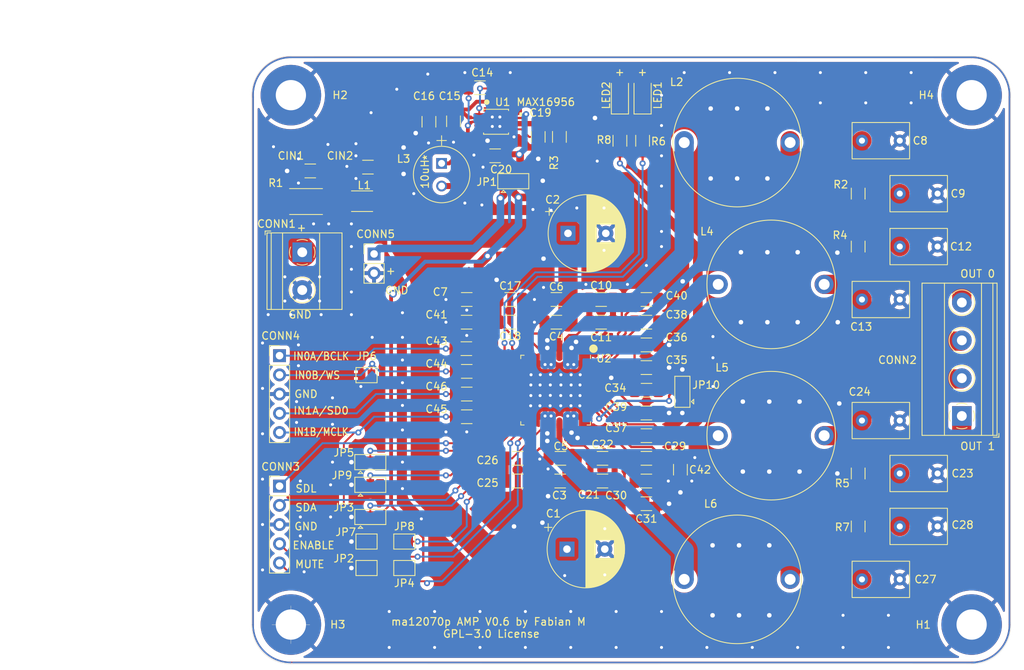
<source format=kicad_pcb>
(kicad_pcb (version 20211014) (generator pcbnew)
  (layers (0 "F.Cu" signal) (31 "B.Cu" signal) (34 "B.Paste" user) (35 "F.Paste" user) (36 "B.SilkS" user "B.Silkscreen") (37 "F.SilkS" user "F.Silkscreen") (38 "B.Mask" user) (39 "F.Mask" user) (44 "Edge.Cuts" user))
  (net 0 "")
  (net 1 "GND")
  (net 2 "Net-(C8-Pad1)")
  (net 3 "Net-(C9-Pad2)")
  (net 4 "Net-(C10-Pad1)")
  (net 5 "Net-(C10-Pad2)")
  (net 6 "Net-(C12-Pad1)")
  (net 7 "Net-(C13-Pad1)")
  (net 8 "Net-(C14-Pad1)")
  (net 9 "Net-(C14-Pad2)")
  (net 10 "Net-(C17-Pad1)")
  (net 11 "AD1")
  (net 12 "AD0")
  (net 13 "OUT0B")
  (net 14 "OUT0A")
  (net 15 "OUT1A")
  (net 16 "OUT1B")
  (net 17 "Net-(C23-Pad1)")
  (net 18 "Net-(C24-Pad2)")
  (net 19 "Net-(C29-Pad1)")
  (net 20 "ENABLE")
  (net 21 "MUTE")
  (net 22 "SDL")
  (net 23 "SDA")
  (net 24 "Net-(C29-Pad2)")
  (net 25 "Net-(C34-Pad1)")
  (net 26 "Net-(C35-Pad1)")
  (net 27 "Net-(C17-Pad2)")
  (net 28 "Net-(R3-Pad2)")
  (net 29 "Net-(CIN1-Pad2)")
  (net 30 "PVDD")
  (net 31 "Net-(C21-Pad1)")
  (net 32 "VDD")
  (net 33 "Ext_supply_5V")
  (net 34 "IN0A")
  (net 35 "Net-(C39-Pad1)")
  (net 36 "IN0B")
  (net 37 "IC_5V")
  (net 38 "Net-(C40-Pad1)")
  (net 39 "IN1B")
  (net 40 "IN1A")
  (net 41 "Net-(C21-Pad2)")
  (net 42 "ERR")
  (net 43 "CLIP")
  (net 44 "Net-(CONN1-Pad1)")
  (net 45 "CLKMS")
  (net 46 "CLKIO")
  (net 47 "Net-(LED1-Pad1)")
  (net 48 "Net-(LED2-Pad1)")
  (net 49 "Net-(C25-Pad1)")
  (net 50 "Net-(C25-Pad2)")
  (net 51 "Net-(C27-Pad1)")
  (net 52 "Net-(C28-Pad1)")
  (net 53 "Net-(C34-Pad2)")
  (net 54 "Net-(C37-Pad2)")
  (net 55 "Net-(C38-Pad2)")
  (net 56 "Net-(C40-Pad2)")
  (net 57 "Net-(C41-Pad1)")
  (net 58 "Net-(C43-Pad1)")
  (net 59 "Net-(C44-Pad1)")
  (net 60 "Net-(C45-Pad1)")
  (net 61 "Net-(C46-Pad2)")
  (net 62 "Net-(C19-Pad1)")
  (net 66 "MSEL0")
  (footprint "Jumper:SolderJumper-3_P1.3mm_Open_Pad1.0x1.5mm" (layer "F.Cu") (at 166.7575 88.2 90)
    (fp_text reference "JP10")
    (fp_text value "SolderJumper_3_Open")
  )
  (footprint "Capacitor_TH_TDK:C_Rect_L7.3_W4.5_P5.0" (layer "F.Cu") (at 190.5 113)
    (fp_text reference "C27")
    (fp_text value "1uF")
  )
  (footprint "Jumper:SolderJumper-2_P1.3mm_Open_Pad1.0x1.5mm" (layer "F.Cu") (at 130 111.5 180)
    (fp_text reference "JP4")
    (fp_text value "SolderJumper_2_Open")
  )
  (footprint "Capacitor_SMD:C_1206_3216Metric_Pad1.33x1.80mm_HandSolder" (layer "F.Cu") (at 138.25 76 180)
    (fp_text reference "C7")
    (fp_text value "1uF")
  )
  (footprint "Capacitor_SMD:C_1206_3216Metric_Pad1.33x1.80mm_HandSolder" (layer "F.Cu") (at 162 97)
    (fp_text reference "C29")
    (fp_text value "1uF")
  )
  (footprint "Connector_PinHeader_2.54mm:PinHeader_1x05_P2.54mm_Vertical" (layer "F.Cu") (at 113.5 83.425)
    (fp_text reference "CONN4")
    (fp_text value "Conn_01x05")
  )
  (footprint "Capacitor_SMD:C_1206_3216Metric_Pad1.33x1.80mm_HandSolder" (layer "F.Cu") (at 125.1875 58.5)
    (fp_text reference "CIN2")
    (fp_text value "0.022uF")
  )
  (footprint "Capacitor_SMD:C_1206_3216Metric_Pad1.33x1.80mm_HandSolder" (layer "F.Cu") (at 162 82 180)
    (fp_text reference "C36")
    (fp_text value "0.1uF")
  )
  (footprint "Capacitor_SMD:C_1206_3216Metric_Pad1.33x1.80mm_HandSolder" (layer "F.Cu") (at 156.02 76)
    (fp_text reference "C10")
    (fp_text value "10uF")
  )
  (footprint "Capacitor_SMD:C_1206_3216Metric_Pad1.33x1.80mm_HandSolder" (layer "F.Cu") (at 144 79 180)
    (fp_text reference "C18")
    (fp_text value "10uF")
  )
  (footprint "Capacitor_SMD:C_1206_3216Metric_Pad1.33x1.80mm_HandSolder" (layer "F.Cu") (at 162 76)
    (fp_text reference "C40")
    (fp_text value "0.1uF")
  )
  (footprint "Capacitor_SMD:C_1206_3216Metric_Pad1.33x1.80mm_HandSolder" (layer "F.Cu") (at 150.1 79 180)
    (fp_text reference "C4")
    (fp_text value "0.1uF")
  )
  (footprint "Capacitor_SMD:C_1206_3216Metric_Pad1.33x1.80mm_HandSolder" (layer "F.Cu") (at 133.25 52.5 -90)
    (fp_text reference "C16")
    (fp_text value "0.1uF")
  )
  (footprint "Capacitor_SMD:C_1206_3216Metric_Pad1.33x1.80mm_HandSolder" (layer "F.Cu") (at 156.2 100)
    (fp_text reference "C21")
    (fp_text value "10uF")
  )
  (footprint "Capacitor_SMD:C_1206_3216Metric_Pad1.33x1.80mm_HandSolder" (layer "F.Cu") (at 142 57 180)
    (fp_text reference "C20")
    (fp_text value "22uF")
  )
  (footprint "Connector_PinHeader_2.54mm:PinHeader_1x05_P2.54mm_Vertical" (layer "F.Cu") (at 113.5 100.675)
    (fp_text reference "CONN3")
    (fp_text value "Conn_01x05")
  )
  (footprint "TerminalBlock_Phoenix:TerminalBlock_Phoenix_MKDS-1,5-4_1x04_P5.00mm_Horizontal" (layer "F.Cu") (at 203.705 91.4 90)
    (fp_text reference "CONN2")
    (fp_text value "Screw_Terminal_01x04")
  )
  (footprint "Inductor_Murata_TH:L_Radial_TH_Murata_D16.9_P14.0" (layer "F.Cu") (at 174 55.25 180)
    (fp_text reference "L2")
    (fp_text value "6.8uH")
  )
  (footprint "Capacitor_TH_TDK:C_Rect_L7.3_W4.5_P5.0" (layer "F.Cu") (at 195.5 99)
    (fp_text reference "C23")
    (fp_text value "1uF")
  )
  (footprint "Capacitor_SMD:C_1206_3216Metric_Pad1.33x1.80mm_HandSolder" (layer "F.Cu") (at 166.5 98.5 -90)
    (fp_text reference "C42")
    (fp_text value "1uF")
  )
  (footprint "Capacitor_SMD:C_1206_3216Metric_Pad1.33x1.80mm_HandSolder" (layer "F.Cu") (at 162.02 88)
    (fp_text reference "C34")
    (fp_text value "1uF")
  )
  (footprint "Capacitor_SMD:C_1206_3216Metric_Pad1.33x1.80mm_HandSolder" (layer "F.Cu") (at 136.5 52.4375 -90)
    (fp_text reference "C15")
    (fp_text value "4,7uF")
  )
  (footprint "Capacitor_SMD:C_1206_3216Metric_Pad1.33x1.80mm_HandSolder" (layer "F.Cu") (at 145 100 180)
    (fp_text reference "C25")
    (fp_text value "10uF")
  )
  (footprint "Connector_PinHeader_2.54mm:PinHeader_1x02_P2.54mm_Vertical" (layer "F.Cu") (at 126 69.975)
    (fp_text reference "CONN5")
    (fp_text value "Conn_01x02")
  )
  (footprint "Inductor_Murata_TH:L_Radial_TH_Murata_D16.9_P14.0" (layer "F.Cu") (at 178.5 74 180)
    (fp_text reference "L4")
    (fp_text value "6.8uH")
  )
  (footprint "MountingHole:MountingHole_4mm_Pad" (layer "F.Cu") (at 115 48.981262)
    (fp_text reference "H2")
    (fp_text value "MountingHole_Pad")
  )
  (footprint "Capacitor_TH_TDK:C_Rect_L7.3_W4.5_P5.0" (layer "F.Cu") (at 195.5 69)
    (fp_text reference "C12")
    (fp_text value "1uF")
  )
  (footprint "Capacitor_SMD:C_1206_3216Metric_Pad1.33x1.80mm_HandSolder" (layer "F.Cu") (at 144 76 180)
    (fp_text reference "C17")
    (fp_text value "10uF")
  )
  (footprint "Capacitor_SMD:C_1206_3216Metric_Pad1.33x1.80mm_HandSolder" (layer "F.Cu") (at 147.7 54.5 -90)
    (fp_text reference "C19")
    (fp_text value "1uF")
  )
  (footprint "Resistor_SMD:R_1206_3216Metric_Pad1.30x1.75mm_HandSolder" (layer "F.Cu") (at 190 106 90)
    (fp_text reference "R7")
    (fp_text value "3.6")
  )
  (footprint "MountingHole:MountingHole_4mm_Pad" (layer "F.Cu") (at 205 48.981262)
    (fp_text reference "H4")
    (fp_text value "MountingHole_Pad")
  )
  (footprint "Capacitor_SMD:C_1206_3216Metric_Pad1.33x1.80mm_HandSolder" (layer "F.Cu") (at 162 94 180)
    (fp_text reference "C37")
    (fp_text value "1uF")
  )
  (footprint "Capacitor_SMD:C_1206_3216Metric_Pad1.33x1.80mm_HandSolder" (layer "F.Cu") (at 145 97 180)
    (fp_text reference "C26")
    (fp_text value "10uF")
  )
  (footprint "Capacitor_SMD:C_1206_3216Metric_Pad1.33x1.80mm_HandSolder" (layer "F.Cu") (at 162 100)
    (fp_text reference "C30")
    (fp_text value "1uF")
  )
  (footprint "Capacitor_SMD:C_1206_3216Metric_Pad1.33x1.80mm_HandSolder" (layer "F.Cu") (at 138.25 91.5)
    (fp_text reference "C45")
    (fp_text value "1uF")
  )
  (footprint "Jumper:SolderJumper-2_P1.3mm_Open_Pad1.0x1.5mm" (layer "F.Cu") (at 125 111.5)
    (fp_text reference "JP2")
    (fp_text value "SolderJumper_2_Open")
  )
  (footprint "Jumper:SolderJumper-3_P1.3mm_Open_Pad1.0x1.5mm" (layer "F.Cu") (at 125.5 104.75)
    (fp_text reference "JP3")
    (fp_text value "SolderJumper_3_Open")
  )
  (footprint "Capacitor_TH_TDK:C_Rect_L7.3_W4.5_P5.0" (layer "F.Cu") (at 190.55 55)
    (fp_text reference "C8")
    (fp_text value "1uF")
  )
  (footprint "Resistor_SMD:R_1206_3216Metric_Pad1.30x1.75mm_HandSolder" (layer "F.Cu") (at 158.5 55.0125 90)
    (fp_text reference "R8")
    (fp_text value "2k")
  )
  (footprint "Capacitor_SMD:C_1206_3216Metric_Pad1.33x1.80mm_HandSolder" (layer "F.Cu") (at 138.25 85.5)
    (fp_text reference "C44")
    (fp_text value "1uF")
  )
  (footprint "Capacitor_SMD:C_1206_3216Metric_Pad1.33x1.80mm_HandSolder" (layer "F.Cu") (at 162 103 180)
    (fp_text reference "C31")
    (fp_text value "0.1uF")
  )
  (footprint "Jumper:SolderJumper-3_P1.3mm_Open_Pad1.0x1.5mm" (layer "F.Cu") (at 125.5 97.5)
    (fp_text reference "JP5")
    (fp_text value "SolderJumper_3_Open")
  )
  (footprint "Capacitor_SMD:C_1206_3216Metric_Pad1.33x1.80mm_HandSolder" (layer "F.Cu") (at 150.1 76 180)
    (fp_text reference "C6")
    (fp_text value "1uF")
  )
  (footprint "Capacitor_THT:CP_Radial_D10.0mm_P5.00mm" (layer "F.Cu") (at 151.632323 67.25)
    (fp_text reference "C2")
    (fp_text value "100uF")
  )
  (footprint "Capacitor_SMD:C_1206_3216Metric_Pad1.33x1.80mm_HandSolder" (layer "F.Cu") (at 162 85)
    (fp_text reference "C35")
    (fp_text value "1uF")
  )
  (footprint "Capacitor_SMD:C_1206_3216Metric_Pad1.33x1.80mm_HandSolder" (layer "F.Cu") (at 150.6375 97 180)
    (fp_text reference "C5")
    (fp_text value "0.1uF")
  )
  (footprint "Capacitor_SMD:C_1206_3216Metric_Pad1.33x1.80mm_HandSolder" (layer "F.Cu") (at 117.5625 59)
    (fp_text reference "CIN1")
    (fp_text value "0.022uF")
  )
  (footprint "Inductor_SMD:L_2010_5025Metric_Pad1.52x2.65mm_HandSolder" (layer "F.Cu") (at 124.4125 63)
    (fp_text reference "L1")
    (fp_text value "47")
  )
  (footprint "Resistor_SMD:R_1206_3216Metric_Pad1.30x1.75mm_HandSolder" (layer "F.Cu") (at 190 69 -90)
    (fp_text reference "R4")
    (fp_text value "3.6")
  )
  (footprint "Inductor_Murata_TH:L_Radial_TH_Murata_D16.9_P14.0" (layer "F.Cu") (at 174 113 180)
    (fp_text reference "L6")
    (fp_text value "6.8uH")
  )
  (footprint "Capacitor_TH_TDK:C_Rect_L7.3_W4.5_P5.0" (layer "F.Cu") (at 195.5 92 180)
    (fp_text reference "C24")
    (fp_text value "0.47uF")
  )
  (footprint "MountingHole:MountingHole_4mm_Pad" (layer "F.Cu") (at 115 118.975016)
    (fp_text reference "H3")
    (fp_text value "MountingHole_Pad")
  )
  (footprint "Capacitor_THT:CP_Radial_D10.0mm_P5.00mm" (layer "F.Cu") (at 151.5 109)
    (fp_text reference "C1")
    (fp_text value "100uF")
  )
  (footprint "Resistor_SMD:R_1206_3216Metric_Pad1.30x1.75mm_HandSolder" (layer "F.Cu") (at 190 99 -90)
    (fp_text reference "R5")
    (fp_text value "3.6")
  )
  (footprint "Jumper:SolderJumper-2_P1.3mm_Open_Pad1.0x1.5mm" (layer "F.Cu") (at 130 108 180)
    (fp_text reference "JP8")
    (fp_text value "SolderJumper_2_Open")
  )
  (footprint "Resistor_SMD:R_1206_3216Metric_Pad1.30x1.75mm_HandSolder" (layer "F.Cu") (at 150.5 54.5 -90)
    (fp_text reference "R3")
    (fp_text value "4.7k")
  )
  (footprint "Jumper:SolderJumper-2_P1.3mm_Open_Pad1.0x1.5mm" (layer "F.Cu") (at 125 86)
    (fp_text reference "JP6")
    (fp_text value "SolderJumper_2_Open")
  )
  (footprint "Inductor_Murata_TH:L_Radial_TH_Murata_D16.9_P14.0" (layer "F.Cu") (at 178.5 94 180)
    (fp_text reference "L5")
    (fp_text value "6.8uH")
  )
  (footprint "Capacitor_SMD:C_1206_3216Metric_Pad1.33x1.80mm_HandSolder" (layer "F.Cu") (at 138.2 82.5)
    (fp_text reference "C43")
    (fp_text value "1uF")
  )
  (footprint "Capacitor_TH_TDK:C_Rect_L7.3_W4.5_P5.0" (layer "F.Cu") (at 200.5 62 180)
    (fp_text reference "C9")
    (fp_text value "0.47uF")
  )
  (footprint "Capacitor_TH_TDK:C_Rect_L7.3_W4.5_P5.0" (layer "F.Cu") (at 195.5 106)
    (fp_text reference "C28")
    (fp_text value "0.47uF")
  )
  (footprint "MountingHole:MountingHole_4mm_Pad" (layer "F.Cu") (at 205 118.975016)
    (fp_text reference "H1")
    (fp_text value "MountingHole_Pad")
  )
  (footprint "Capacitor_SMD:C_1206_3216Metric_Pad1.33x1.80mm_HandSolder" (layer "F.Cu") (at 156.2 97)
    (fp_text reference "C22")
    (fp_text value "10uF")
  )
  (footprint "Capacitor_SMD:C_1206_3216Metric_Pad1.33x1.80mm_HandSolder" (layer "F.Cu") (at 162 79 180)
    (fp_text reference "C38")
    (fp_text value "1uF")
  )
  (footprint "Inductor_TH_Bourns:RLB0712-100KL" (layer "F.Cu") (at 135 59.5 -90)
    (fp_text reference "L3")
    (fp_text value "10uH")
  )
  (footprint "Capacitor_SMD:C_1206_3216Metric_Pad1.33x1.80mm_HandSolder" (layer "F.Cu") (at 156.02 79)
    (fp_text reference "C11")
    (fp_text value "10uF")
  )
  (footprint "Capacitor_SMD:C_1206_3216Metric_Pad1.33x1.80mm_HandSolder" (layer "F.Cu") (at 138.23 79 180)
    (fp_text reference "C41")
    (fp_text value "1uF")
  )
  (footprint "Capacitor_SMD:C_1206_3216Metric_Pad1.33x1.80mm_HandSolder" (layer "F.Cu") (at 162 91)
    (fp_text reference "C39")
    (fp_text value "1uF")
  )
  (footprint "LED_SMD:LED_1206_3216Metric_Pad1.42x1.75mm_HandSolder" (layer "F.Cu") (at 161.5 49.0125 90)
    (fp_text reference "LED1")
    (fp_text value "LED")
  )
  (footprint "LED_SMD:LED_1206_3216Metric_Pad1.42x1.75mm_HandSolder" (layer "F.Cu") (at 158.5 49.0125 90)
    (fp_text reference "LED2")
    (fp_text value "LED")
  )
  (footprint "Resistor_SMD:R_1206_3216Metric_Pad1.30x1.75mm_HandSolder" (layer "F.Cu") (at 161.5 55.0125 90)
    (fp_text reference "R6")
    (fp_text value "2k")
  )
  (footprint "Capacitor_SMD:C_1206_3216Metric_Pad1.33x1.80mm_HandSolder" (layer "F.Cu") (at 138.25 88.5 180)
    (fp_text reference "C46")
    (fp_text value "1uF")
  )
  (footprint "Jumper:SolderJumper-3_P1.3mm_Open_Pad1.0x1.5mm" (layer "F.Cu") (at 144.4 60.3575)
    (fp_text reference "JP1")
    (fp_text value "SolderJumper_3_Open")
  )
  (footprint "max_16956:MAX16956AUBD&slash_V&plus_" (layer "F.Cu") (at 142.128145 52.5)
    (fp_text reference "U1")
    (fp_text value "MAX16956")
  )
  (footprint "Capacitor_TH_TDK:C_Rect_L7.3_W4.5_P5.0" (layer "F.Cu") (at 190.5 76)
    (fp_text reference "C13")
    (fp_text value "0.47uF")
  )
  (footprint "Resistor_SMD:R_2512_6332Metric_Pad1.40x3.35mm_HandSolder" (layer "F.Cu") (at 117 63.05)
    (fp_text reference "R1")
    (fp_text value "0.1R")
  )
  (footprint "Package_DFN_QFN:QFN-64-1EP_9x9mm_P0.5mm_EP5.45x5.45mm" (layer "F.Cu") (at 150 87.98 -90)
    (fp_text reference "U2")
    (fp_text value "MA12070P")
  )
  (footprint "Jumper:SolderJumper-2_P1.3mm_Open_Pad1.0x1.5mm" (layer "F.Cu") (at 125 108)
    (fp_text reference "JP7")
    (fp_text value "SolderJumper_2_Open")
  )
  (footprint "Capacitor_SMD:C_1206_3216Metric_Pad1.33x1.80mm_HandSolder" (layer "F.Cu") (at 150.6 100 180)
    (fp_text reference "C3")
    (fp_text value "1uF")
  )
  (footprint "Capacitor_SMD:C_1206_3216Metric_Pad1.33x1.80mm_HandSolder" (layer "F.Cu") (at 140 48 180)
    (fp_text reference "C14")
    (fp_text value "0.1uF")
  )
  (footprint "Jumper:SolderJumper-3_P1.3mm_Open_Pad1.0x1.5mm" (layer "F.Cu") (at 125.5 100.5)
    (fp_text reference "JP9")
    (fp_text value "SolderJumper_3_Open")
  )
  (footprint "TerminalBlock_Phoenix:TerminalBlock_Phoenix_MKDS-1,5-2_1x02_P5.00mm_Horizontal" (layer "F.Cu") (at 116.5 69.75 -90)
    (fp_text reference "CONN1")
    (fp_text value "Screw_Terminal_01x02")
  )
  (footprint "Resistor_SMD:R_1206_3216Metric_Pad1.30x1.75mm_HandSolder" (layer "F.Cu") (at 190 62 90)
    (fp_text reference "R2")
    (fp_text value "3.6")
  )
  (gr_line (start 110 49.231262) (end 110.000062 119) (layer "F.Cu") (width 0.2))
  (gr_arc (start 210 118.975016) (mid 208.535534 122.51055) (end 205 123.975016) (layer "F.Cu") (width 0.2))
  (gr_line (start 205 43.981262) (end 115 43.975016) (layer "F.Cu") (width 0.2))
  (gr_arc (start 110 49.231262) (mid 111.372738 45.530832) (end 115 43.975016) (layer "F.Cu") (width 0.2))
  (gr_line (start 115 123.975016) (end 205.25 123.981262) (layer "F.Cu") (width 0.2))
  (gr_line (start 210 118.975016) (end 209.994341 49.219088) (layer "F.Cu") (width 0.2))
  (gr_arc (start 205 43.981262) (mid 208.618641 45.530837) (end 209.994341 49.219088) (layer "F.Cu") (width 0.2))
  (gr_arc (start 115 123.975016) (mid 111.469672 122.523029) (end 110.000062 119) (layer "F.Cu") (width 0.2))
  (gr_arc (start 205 43.981262) (mid 208.627262 45.537078) (end 210 49.237508) (layer "B.Cu") (width 0.2))
  (gr_line (start 210 118.731262) (end 210 49.237508) (layer "B.Cu") (width 0.2))
  (gr_line (start 110.005659 49.225334) (end 110 118.981262) (layer "B.Cu") (width 0.2))
  (gr_arc (start 115 123.981262) (mid 111.464466 122.516796) (end 110 118.981262) (layer "B.Cu") (width 0.2))
  (gr_line (start 115.25 123.987508) (end 205.5 123.987508) (layer "B.Cu") (width 0.2))
  (gr_arc (start 110.005659 49.225334) (mid 111.381359 45.537083) (end 115 43.987508) (layer "B.Cu") (width 0.2))
  (gr_line (start 115 43.987508) (end 205 43.981262) (layer "B.Cu") (width 0.2))
  (gr_arc (start 210 118.731262) (mid 208.712311 122.340019) (end 205.25 123.981262) (layer "B.Cu") (width 0.2))
  (gr_circle (center 155 82.5) (end 155.5 82.5) (layer "F.SilkS") (width 0.12) (fill solid))
  (gr_circle (center 140.9 49.9) (end 141.2 49.9) (layer "F.SilkS") (width 0.12) (fill solid))
  (gr_arc (start 115 124.2) (mid 111.323045 122.676955) (end 109.8 119) (layer "Edge.Cuts") (width 0.05))
  (gr_arc (start 210.193753 118.993754) (mid 208.674748 122.670332) (end 205 124.193757) (layer "Edge.Cuts") (width 0.05))
  (gr_arc (start 109.8 49) (mid 111.323045 45.323045) (end 115 43.8) (layer "Edge.Cuts") (width 0.05))
  (gr_arc (start 205 43.806246) (mid 208.672539 45.327461) (end 210.193754 49) (layer "Edge.Cuts") (width 0.05))
  (gr_line (start 210.193754 49) (end 210.193753 118.993754) (layer "Edge.Cuts") (width 0.05))
  (gr_line (start 115 43.8) (end 205 43.806246) (layer "Edge.Cuts") (width 0.05))
  (gr_line (start 109.8 119) (end 109.8 49) (layer "Edge.Cuts") (width 0.05))
  (gr_line (start 205 124.193757) (end 115 124.2) (layer "Edge.Cuts") (width 0.05))
  (gr_text "IN1A/SD0\n\n" (at 119 91.5) (layer "F.SilkS") (effects (font (size 1 1))))
  (gr_text "+" (at 128.2 72.2) (layer "F.SilkS") (effects (font (size 1 1))))
  (gr_text "OUT 1\n" (at 205.8 95.4) (layer "F.SilkS") (effects (font (size 1 1))))
  (gr_text "GND\n" (at 117 88.5) (layer "F.SilkS") (effects (font (size 1 1))))
  (gr_text "+\n" (at 161.4 46 90) (layer "F.SilkS") (effects (font (size 1 1))))
  (gr_text "IN0B/WS\n" (at 118.5 86) (layer "F.SilkS") (effects (font (size 1 0.9))))
  (gr_text "IN1B/MCLK" (at 119 93.5) (layer "F.SilkS") (effects (font (size 1 0.85))))
  (gr_text "GND" (at 117 106) (layer "F.SilkS") (effects (font (size 1 1))))
  (gr_text "MUTE" (at 117.5 111) (layer "F.SilkS") (effects (font (size 1 1))))
  (gr_text "+" (at 116.4 66.5) (layer "F.SilkS") (effects (font (size 1 1))))
  (gr_text "ma12070p AMP V0.6 by Fabian M \nGPL-3.0 License" (at 141.5 119.4) (layer "F.SilkS") (effects (font (size 1 1))))
  (gr_text "ENABLE\n" (at 118 108.5) (layer "F.SilkS") (effects (font (size 1 1))))
  (gr_text "SDL" (at 117 101) (layer "F.SilkS") (effects (font (size 1 1))))
  (gr_text "GND\n" (at 116.2 78) (layer "F.SilkS") (effects (font (size 1 1))))
  (gr_text "+\n" (at 158.4 46 90) (layer "F.SilkS") (effects (font (size 1 1))))
  (gr_text "SDA" (at 117 103.5) (layer "F.SilkS") (effects (font (size 1 1))))
  (gr_text "IN0A/BCLK\n" (at 119 83.5) (layer "F.SilkS") (effects (font (size 1 0.9))))
  (gr_text "GND\n" (at 129 74.8) (layer "F.SilkS") (effects (font (size 1 1))))
  (gr_text "OUT 0" (at 205.8 72.6) (layer "F.SilkS") (effects (font (size 1 1))))
  (target plus (at 115 119) (size 5) (width 0.05) (layer "Edge.Cuts"))
  (segment (start 139.927497 56.489997) (end 140.4375 57) (width 0.25) (layer "F.Cu") (net 1))
  (segment (start 139.927497 53.500001) (end 139.927497 53.089211) (width 0.5) (layer "F.Cu") (net 1))
  (segment (start 136.6875 76) (end 135.5 76) (width 0.25) (layer "F.Cu") (net 1))
  (segment (start 145.8 55.2) (end 142.8 55.2) (width 0.8) (layer "F.Cu") (net 1))
  (segment (start 139.927497 53.500001) (end 139.927497 56.489997) (width 0.5) (layer "F.Cu") (net 1))
  (segment (start 149.0375 98.3625) (end 149 98.4) (width 0.5) (layer "F.Cu") (net 1))
  (segment (start 142.8 55.2) (end 141 57) (width 0.8) (layer "F.Cu") (net 1))
  (segment (start 141 57) (end 140.4375 57) (width 0.8) (layer "F.Cu") (net 1))
  (segment (start 146.4625 55.8625) (end 145.8 55.2) (width 0.8) (layer "F.Cu") (net 1))
  (segment (start 149.0375 97) (end 148 97) (width 0.5) (layer "F.Cu") (net 1))
  (segment (start 154.4375 86.73) (end 156.97 86.73) (width 0.3) (layer "F.Cu") (net 1))
  (segment (start 149.0375 97) (end 149.0375 98.3625) (width 0.5) (layer "F.Cu") (net 1))
  (segment (start 135.5 79) (end 136.6675 79) (width 0.25) (layer "F.Cu") (net 1))
  (segment (start 156.97 86.73) (end 157.35 86.35) (width 0.3) (layer "F.Cu") (net 1))
  (segment (start 147.7 55.8625) (end 146.4625 55.8625) (width 0.8) (layer "F.Cu") (net 1))
  (segment (start 148 97) (end 147.9 97.1) (width 0.5) (layer "F.Cu") (net 1))
  (segment (start 157.5 86.25) (end 157.25 86.25) (width 0.3) (layer "F.Cu") (net 1))
  (via (at 120 66) (size 0.8) (drill 0.4) (layers "F.Cu" "B.Cu") (net 1))
  (via (at 147.925 90.05) (size 0.8) (drill 0.4) (layers "F.Cu" "B.Cu") (net 1))
  (via (at 152.025 90.05) (size 0.8) (drill 0.4) (layers "F.Cu" "B.Cu") (net 1))
  (via (at 129.9 59.4) (size 1) (drill 0.6) (layers "F.Cu" "B.Cu") (net 1))
  (via (at 146 117.25) (size 0.8) (drill 0.4) (layers "F.Cu" "B.Cu") (net 1))
  (via (at 129.75 97.5) (size 0.8) (drill 0.4) (layers "F.Cu" "B.Cu") (net 1))
  (via (at 140.4 58.5) (size 0.8) (drill 0.4) (layers "F.Cu" "B.Cu") (net 1))
  (via (at 148.4 74.4) (size 0.8) (drill 0.4) (layers "F.Cu" "B.Cu") (net 1))
  (via (at 170.8 83.7) (size 0.8) (drill 0.4) (layers "F.Cu" "B.Cu") (net 1))
  (via (at 138 63.25) (size 0.8) (drill 0.4) (layers "F.Cu" "B.Cu") (net 1))
  (via (at 118.8 73) (size 0.8) (drill 0.4) (layers "F.Cu" "B.Cu") (net 1))
  (via (at 131.5 54) (size 1) (drill 0.6) (layers "F.Cu" "B.Cu") (net 1))
  (via (at 116 57.4) (size 0.8) (drill 0.4) (layers "F.Cu" "B.Cu") (net 1))
  (via (at 182.25 98.75) (size 1) (drill 0.6) (layers "F.Cu" "B.Cu") (net 1))
  (via (at 111.25 105.75) (size 0.8) (drill 0.4) (layers "F.Cu" "B.Cu") (net 1))
  (via (at 118 66) (size 0.8) (drill 0.4) (layers "F.Cu" "B.Cu") (net 1))
  (via (at 155.5 57.7) (size 0.8) (drill 0.4) (layers "F.Cu" "B.Cu") (net 1))
  (via (at 150.7 87.3) (size 0.8) (drill 0.4) (layers "F.Cu" "B.Cu") (net 1))
  (via (at 138.25 80.75) (size 0.8) (drill 0.4) (layers "F.Cu" "B.Cu") (net 1))
  (via (at 152.05 87.3) (size 0.8) (drill 0.4) (layers "F.Cu" "B.Cu") (net 1))
  (via (at 197 50) (size 0.8) (drill 0.4) (layers "F.Cu" "B.Cu") (net 1))
  (via (at 140.25 63.5) (size 0.8) (drill 0.4) (layers "F.Cu" "B.Cu") (net 1))
  (via (at 149 98.4) (size 0.8) (drill 0.4) (layers "F.Cu" "B.Cu") (net 1))
  (via (at 123 69) (size 0.8) (drill 0.4) (layers "F.Cu" "B.Cu") (net 1))
  (via (at 134 122) (size 0.8) (drill 0.4) (layers "F.Cu" "B.Cu") (net 1))
  (via (at 120.25 100.5) (size 0.8) (drill 0.4) (layers "F.Cu" "B.Cu") (net 1))
  (via (at 123 108) (size 1) (drill 0.6) (layers "F.Cu" "B.Cu") (net 1))
  (via (at 156.4 63.9) (size 0.8) (drill 0.4) (layers "F.Cu" "B.Cu") (net 1))
  (via (at 185 50) (size 0.8) (drill 0.4) (layers "F.Cu" "B.Cu") (net 1))
  (via (at 111.25 93.75) (size 0.8) (drill 0.4) (layers "F.Cu" "B.Cu") (net 1))
  (via (at 154 74) (size 0.8) (drill 0.4) (layers "F.Cu" "B.Cu") (net 1))
  (via (at 174.5 79) (size 1) (drill 0.6) (layers "F.Cu" "B.Cu") (net 1))
  (via (at 114.5 59) (size 1) (drill 0.6) (layers "F.Cu" "B.Cu") (net 1))
  (via (at 164 49) (size 0.8) (drill 0.4) (layers "F.Cu" "B.Cu") (net 1))
  (via (at 150.675 88.7) (size 0.8) (drill 0.4) (layers "F.Cu" "B.Cu") (net 1))
  (via (at 197 46) (size 0.8) (drill 0.4) (layers "F.Cu" "B.Cu") (net 1))
  (via (at 123 104.75) (size 1) (drill 0.6) (layers "F.Cu" "B.Cu") (net 1))
  (via (at 182 122) (size 0.8) (drill 0.4) (layers "F.Cu" "B.Cu") (net 1))
  (via (at 141 55) (size 1) (drill 0.6) (layers "F.Cu" "B.Cu") (net 1))
  (via (at 129.75 84) (size 0.8) (drill 0.4) (layers "F.Cu" "B.Cu") (net 1))
  (via (at 119 78) (size 0.8) (drill 0.4) (layers "F.Cu" "B.Cu") (net 1))
  (via (at 123 111.5) (size 1) (drill 0.6) (layers "F.Cu" "B.Cu") (net 1))
  (via (at 129.9 55.9) (size 1) (drill 0.6) (layers "F.Cu" "B.Cu") (net 1))
  (via (at 142.2 73.4) (size 1) (drill 0.6) (layers "F.Cu" "B.Cu") (net 1))
  (via (at 135.5 79) (size 0.8) (drill 0.4) (layers "F.Cu" "B.Cu") (net 1))
  (via (at 147.7 57.4) (size 1) (drill 0.6) (layers "F.Cu" "B.Cu") (net 1))
  (via (at 148.25 105.5) (size 1) (drill 0.6) (layers "F.Cu" "B.Cu") (net 1))
  (via (at 170.5 60) (size 1) (drill 0.6) (layers "F.Cu" "B.Cu") (net 1))
  (via (at 141.628145 51.871855) (size 0.8) (drill 0.4) (layers "F.Cu" "B.Cu") (net 1))
  (via (at 123.6 60) (size 0.8) (drill 0.4) (layers "F.Cu" "B.Cu") (net 1))
  (via (at 152 122) (size 0.8) (drill 0.4) (layers "F.Cu" "B.Cu") (net 1))
  (via (at 147.2 79) (size 0.8) (drill 0.4) (layers "F.Cu" "B.Cu") (net 1))
  (via (at 146.7 90.05) (size 0.8) (drill 0.4) (layers "F.Cu" "B.Cu") (net 1))
  (via (at 123 66) (size 0.8) (drill 0.4) (layers "F.Cu" "B.Cu") (net 1))
  (via (at 152 117.25) (size 0.8) (drill 0.4) (layers "F.Cu" "B.Cu") (net 1))
  (via (at 112.7 55.8) (size 0.8) (drill 0.4) (layers "F.Cu" "B.Cu") (net 1))
  (via (at 188 117.75) (size 0.8) (drill 0.4) (layers "F.Cu" "B.Cu") (net 1))
  (via (at 128 122) (size 0.8) (drill 0.4) (layers "F.Cu" "B.Cu") (net 1))
  (via (at 116 82) (size 0.8) (drill 0.4) (layers "F.Cu" "B.Cu") (net 1))
  (via (at 138.25 77.4) (size 0.8) (drill 0.4) (layers "F.Cu" "B.Cu") (net 1))
  (via (at 119.9 55.5) (size 0.8) (drill 0.4) (layers "F.Cu" "B.Cu") (net 1))
  (via (at 168.4 96.9) (size 0.8) (drill 0.4) (layers "F.Cu" "B.Cu") (net 1))
  (via (at 156.4 69.5) (size 0.8) (drill 0.4) (layers "F.Cu" "B.Cu") (net 1))
  (via (at 152.025 88.7) (size 0.8) (drill 0.4) (layers "F.Cu" "B.Cu") (net 1))
  (via (at 116.25 104.75) (size 0.8) (drill 0.4) (layers "F.Cu" "B.Cu") (net 1))
  (via (at 187.3 79) (size 1) (drill 0.6) (layers "F.Cu" "B.Cu") (net 1))
  (via (at 129.75 87) (size 0.8) (drill 0.4) (layers "F.Cu" "B.Cu") (net 1))
  (via (at 150.7 85.95) (size 0.8) (drill 0.4) (layers "F.Cu" "B.Cu") (net 1))
  (via (at 191 50) (size 0.8) (drill 0.4) (layers "F.Cu" "B.Cu") (net 1))
  (via (at 133.2 55.3) (size 0.8) (drill 0.4) (layers "F.Cu" "B.Cu") (net 1))
  (via (at 164 67) (size 0.8) (drill 0.4) (layers "F.Cu" "B.Cu") (net 1))
  (via (at 174 50.75) (size 1) (drill 0.6) (layers "F.Cu" "B.Cu") (net 1))
  (via (at 178.25 108.5) (size 1) (drill 0.6) (layers "F.Cu" "B.Cu") (net 1))
  (via (at 173 46) (size 0.8) (drill 0.4) (layers "F.Cu" "B.Cu") (net 1))
  (via (at 165 91) (size 1) (drill 0.6) (layers "F.Cu" "B.Cu") (net 1))
  (via (at 178 79) (size 1) (drill 0.6) (layers "F.Cu" "B.Cu") (net 1))
  (via (at 134 117.25) (size 0.8) (drill 0.4) (layers "F.Cu" "B.Cu") (net 1))
  (via (at 185 46) (size 0.8) (drill 0.4) (layers "F.Cu" "B.Cu") (net 1))
  (via (at 116.25 100) (size 0.8) (drill 0.4) (layers "F.Cu" "B.Cu") (net 1))
  (via (at 144 46) (size 0.8) (drill 0.4) (layers "F.Cu" "B.Cu") (net 1))
  (via (at 152.05 85.95) (size 0.8) (drill 0.4) (layers "F.Cu" "B.Cu") (net 1))
  (via (at 111.25 111.75) (size 0.8) (drill 0.4) (layers "F.Cu" "B.Cu") (net 1))
  (via (at 147.95 87.3) (size 0.8) (drill 0.4) (layers "F.Cu" "B.Cu") (net 1))
  (via (at 147.2 76) (size 0.8) (drill 0.4) (layers "F.Cu" "B.Cu") (net 1))
  (via (at 147.9 97.1) (size 0.8) (drill 0.4) (layers "F.Cu" "B.Cu") (net 1))
  (via (at 136.5 55.2) (size 0.8) (drill 0.4) (layers "F.Cu" "B.Cu") (net 1))
  (via (at 151.2 112.5) (size 0.8) (drill 0.4) (layers "F.Cu" "B.Cu") (net 1))
  (via (at 129.75 77.75) (size 0.8) (drill 0.4) (layers "F.Cu" "B.Cu") (net 1))
  (via (at 111.25 81.75) (size 0.8) (drill 0.4) (layers "F.Cu" "B.Cu") (net 1))
  (via (at 165 103) (size 1) (drill 0.6) (layers "F.Cu" "B.Cu") (net 1))
  (via (at 131.25 62) (size 0.8) (drill 0.4) (layers "F.Cu" "B.Cu") (net 1))
  (via (at 118.8 76.2) (size 0.8) (drill 0.4) (layers "F.Cu" "B.Cu") (net 1))
  (via (at 155.2 52) (size 1) (drill 0.6) (layers "F.Cu" "B.Cu") (net 1))
  (via (at 149.3 87.3) (size 0.8) (drill 0.4) (layers "F.Cu" "B.Cu") (net 1))
  (via (at 187.5 89.75) (size 1) (drill 0.6) (layers "F.Cu" "B.Cu") (net 1))
  (via (at 140 122) (size 0.8) (drill 0.4) (layers "F.Cu" "B.Cu") (net 1))
  (via (at 164.9 100) (size 0.8) (drill 0.4) (layers "F.Cu" "B.Cu") (net 1))
  (via (at 178.25 98.75) (size 1) (drill 0.6) (layers "F.Cu" "B.Cu") (net 1))
  (via (at 179 46) (size 0.8) (drill 0.4) (layers "F.Cu" "B.Cu") (net 1))
  (via (at 140 117.25) (size 0.8) (drill 0.4) (layers "F.Cu" "B.Cu") (net 1))
  (via (at 156.5 112.4) (size 0.8) (drill 0.4) (layers "F.Cu" "B.Cu") (net 1))
  (via (at 174.25 108.5) (size 1) (drill 0.6) (layers "F.Cu" "B.Cu") (net 1))
  (via (at 135.5 93.5) (size 0.8) (drill 0.4) (layers "F.Cu" "B.Cu") (net 1))
  (via (at 129.75 101) (size 0.8) (drill 0.4) (layers "F.Cu" "B.Cu") (net 1))
  (via (at 153.225 87.3) (size 0.8) (drill 0.4) (layers "F.Cu" "B.Cu") (net 1))
  (via (at 174.5 69.75) (size 1) (drill 0.6) (layers "F.Cu" "B.Cu") (net 1))
  (via (at 123 75) (size 0.8) (drill 0.4) (layers "F.Cu" "B.Cu") (net 1))
  (via (at 120.5 97.5) (size 0.8) (drill 0.4) (layers "F.Cu" "B.Cu") (net 1))
  (via (at 129.75 81) (size 0.8) (drill 0.4) (layers "F.Cu" "B.Cu") (net 1))
  (via (at 142.628145 53.121855) (size 0.8) (drill 0.4) (layers "F.Cu" "B.Cu") (net 1))
  (via (at 129 48.2) (size 0.8) (drill 0.4) (layers "F.Cu" "B.Cu") (net 1))
  (via (at 178 69.75) (size 1) (drill 0.6) (layers "F.Cu" "B.Cu") (net 1))
  (via (at 166.75 91) (size 1) (drill 0.6) (layers "F.Cu" "B.Cu") (net 1))
  (via (at 133.1 46.2) (size 0.8) (drill 0.4) (layers "F.Cu" "B.Cu") (net 1))
  (via (at 156.5 106.3) (size 0.8) (drill 0.4) (layers "F.Cu" "B.Cu") (net 1))
  (via (at 166.75 85.25) (size 1) (drill 0.6) (layers "F.Cu" "B.Cu") (net 1))
  (via (at 165 85) (size 1) (drill 0.6) (layers "F.Cu" "B.Cu") (net 1))
  (via (at 159.5 74) (size 0.8) (drill 0.4) (layers "F.Cu" "B.Cu") (net 1))
  (via (at 178.25 89.5) (size 1) (drill 0.6) (layers "F.Cu" "B.Cu") (net 1))
  (via (at 115.75 89.5) (size 0.8) (drill 0.4) (layers "F.Cu" "B.Cu") (net 1))
  (via (at 123 78) (size 0.8) (drill 0.4) (layers "F.Cu" "B.Cu") (net 1))
  (via (at 129.75 93.25) (size 0.8) (drill 0.4) (layers "F.Cu" "B.Cu") (net 1))
  (via (at 111.25 87.75) (size 0.8) (drill 0.4) (layers "F.Cu" "B.Cu") (net 1))
  (via (at 146.75 85.95) (size 0.8) (drill 0.4) (layers "F.Cu" "B.Cu") (net 1))
  (via (at 149 102) (size 1) (drill 0.6) (layers "F.Cu" "B.Cu") (net 1))
  (via (at 165 82) (size 1) (drill 0.6) (layers "F.Cu" "B.Cu") (net 1))
  (via (at 166.5 101.5) (size 1) (drill 0.6) (layers "F.Cu" "B.Cu") (net 1))
  (via (at 191 46) (size 0.8) (drill 0.4) (layers "F.Cu" "B.Cu") (net 1))
  (via (at 164 122) (size 0.8) (drill 0.4) (layers "F.Cu" "B.Cu") (net 1))
  (via (at 174.25 117.75) (size 1) (drill 0.6) (layers "F.Cu" "B.Cu") (net 1))
  (via (at 170.75 117.75) (size 1) (drill 0.6) (layers "F.Cu" "B.Cu") (net 1))
  (via (at 142.628145 51.871855) (size 0.8) (drill 0.4) (layers "F.Cu" "B.Cu") (net 1))
  (via (at 194 117.75) (size 0.8) (drill 0.4) (layers "F.Cu" "B.Cu") (net 1))
  (via (at 149.4 64.2) (size 0.8) (drill 0.4) (layers "F.Cu" "B.Cu") (net 1))
  (via (at 146.725 88.7) (size 0.8) (drill 0.4) (layers "F.Cu" "B.Cu") (net 1))
  (via (at 144.5 106) (size 1) (drill 0.6) (layers "F.Cu" "B.Cu") (net 1))
  (via (at 158 122) (size 0.8) (drill 0.4) (layers "F.Cu" "B.Cu") (net 1))
  (via (at 120.25 104.75) (size 0.8) (drill 0.4) (layers "F.Cu" "B.Cu") (net 1))
  (via (at 146 122) (size 0.8) (drill 0.4) (layers "F.Cu" "B.Cu") (net 1))
  (via (at 178 50.75) (size 1) (drill 0.6) (layers "F.Cu" "B.Cu") (net 1))
  (via (at 182 69.75) (size 1) (drill 0.6) (layers "F.Cu" "B.Cu") (net 1))
  (via (at 174 60) (size 1) (drill 0.6) (layers "F.Cu" "B.Cu") (net 1))
  (via (at 178.25 117.75) (size 1) (drill 0.6) (layers "F.Cu" "B.Cu") (net 1))
  (via (at 132.25 105) (size 0.8) (drill 0.4) (layers "F.Cu" "B.Cu") (net 1))
  (via (at 164 57) (size 0.8) (drill 0.4) (layers "F.Cu" "B.Cu") (net 1))
  (via (at 182.25 89.5) (size 1) (drill 0.6) (layers "F.Cu" "B.Cu") (net 1))
  (via (at 135.5 76) (size 0.8) (drill 0.4) (layers "F.Cu" "B.Cu") (net 1))
  (via (at 164 53) (size 0.8) (drill 0.4) (layers "F.Cu" "B.Cu") (net 1))
  (via (at 150.675 90.05) (size 0.8) (drill 0.4) (layers "F.Cu" "B.Cu") (net 1))
  (via (at 149.325 85.925) (size 0.8) (drill 0.4) (layers "F.Cu" "B.Cu") (net 1))
  (via (at 138 46) (size 0.8) (drill 0.4) (layers "F.Cu" "B.Cu") (net 1))
  (via (at 123.6 57) (size 0.8) (drill 0.4) (layers "F.Cu" "B.Cu") (net 1))
  (via (at 125.75 81) (size 0.8) (drill 0.4) (layers "F.Cu" "B.Cu") (net 1))
  (via (at 153.2 90.05) (size 0.8) (drill 0.4) (layers "F.Cu" "B.Cu") (net 1))
  (via (at 168 100) (size 0.8) (drill 0.4) (layers "F.Cu" "B.Cu") (net 1))
  (via (at 148.3 60.3) (size 1) (drill 0.6) (layers "F.Cu" "B.Cu") (net 1))
  (via (at 153.25 85.95) (size 0.8) (drill 0.4) (layers "F.Cu" "B.Cu") (net 1))
  (via (at 146.725 87.3) (size 0.8) (drill 0.4) (layers "F.Cu" "B.Cu") (net 1))
  (via (at 158 117.25) (size 0.8) (drill 0.4) (layers "F.Cu" "B.Cu") (net 1))
  (via (at 120.5 92.5) (size 0.8) (drill 0.4) (layers "F.Cu" "B.Cu") (net 1))
  (via (at 124.25 87.5) (size 0.8) (drill 0.4) (layers "F.Cu" "B.Cu") (net 1))
  (via (at 149.3 88.675) (size 0.8) (drill 0.4) (layers "F.Cu" "B.Cu") (net 1))
  (via (at 182 79) (size 1) (drill 0.6) (layers "F.Cu" "B.Cu") (net 1))
  (via (at 129.75 90) (size 0.8) (drill 0.4) (layers "F.Cu" "B.Cu") (net 1))
  (via (at 149.275 90.05) (size 0.8) (drill 0.4) (layers "F.Cu" "B.Cu") (net 1))
  (via (at 170 122) (size 0.8) (drill 0.4) (layers "F.Cu" "B.Cu") (net 1))
  (via (at 139.2 56.9) (size 0.8) (drill 0.4) (layers "F.Cu" "B.Cu") (net 1))
  (via (at 115 78) (size 0.8) (drill 0.4) (layers "F.Cu" "B.Cu") (net 1))
  (via (at 116.75 112) (size 0.8) (drill 0.4) (layers "F.Cu" "B.Cu") (net 1))
  (via (at 178 60) (size 1) (drill 0.6) (layers "F.Cu" "B.Cu") (net 1))
  (via (at 116 60.6) (size 0.8) (drill 0.4) (layers "F.Cu" "B.Cu") (net 1))
  (via (at 141.628145 53.121855) (size 0.8) (drill 0.4) (layers "F.Cu" "B.Cu") (net 1))
  (via (at 122.4 58.4) (size 0.8) (drill 0.4) (layers "F.Cu" "B.Cu") (net 1))
  (via (at 174.75 98.75) (size 1) (drill 0.6) (layers "F.Cu" "B.Cu") (net 1))
  (via (at 116 84.75) (size 0.8) (drill 0.4) (layers "F.Cu" "B.Cu") (net 1))
  (via (at 147 64.1) (size 0.8) (drill 0.4) (layers "F.Cu" "B.Cu") (net 1))
  (via (at 148.4 70.6) (size 1) (drill 0.6) (layers "F.Cu" "B.Cu") (net 1))
  (via (at 176 122) (size 0.8) (drill 0.4) (layers "F.Cu" "B.Cu") (net 1))
  (via (at 164 61) (size 0.8) (drill 0.4) (layers "F.Cu" "B.Cu") (net 1))
  (via (at 167 46) (size 0.8) (drill 0.4) (layers "F.Cu" "B.Cu") (net 1))
  (via (at 112 78) (size 0.8) (drill 0.4) (layers "F.Cu" "B.Cu") (net 1))
  (via (at 123 100.5) (size 1) (drill 0.6) (layers "F.Cu" "B.Cu") (net 1))
  (via (at 144.5 54.5) (size 0.8) (drill 0.4) (layers "F.Cu" "B.Cu") (net 1))
  (via (at 187.25 69.8) (size 1) (drill 0.6) (layers "F.Cu" "B.Cu") (net 1))
  (via (at 157.35 86.35) (size 1) (drill 0.6) (layers "F.Cu" "B.Cu") (net 1))
  (via (at 111.25 99.75) (size 0.8) (drill 0.4) (layers "F.Cu" "B.Cu") (net 1))
  (via (at 123 72) (size 0.8) (drill 0.4) (layers "F.Cu" "B.Cu") (net 1))
  (via (at 147.95 88.7) (size 0.8) (drill 0.4) (layers "F.Cu" "B.Cu") (net 1))
  (via (at 170.5 50.75) (size 1) (drill 0.6) (layers "F.Cu" "B.Cu") (net 1))
  (via (at 115.75 92.25) (size 0.8) (drill 0.4) (layers "F.Cu" "B.Cu") (net 1))
  (via (at 194 122) (size 0.8) (drill 0.4) (layers "F.Cu" "B.Cu") (net 1))
  (via (at 187.25 99) (size 1) (drill 0.6) (layers "F.Cu" "B.Cu") (net 1))
  (via (at 170.8 87.5) (size 0.8) (drill 0.4) (layers "F.Cu" "B.Cu") (net 1))
  (via (at 114.2 76.2) (size 0.8) (drill 0.4) (layers "F.Cu" "B.Cu") (net 1))
  (via (at 166.8 73.6) (size 1) (drill 0.6) (layers "F.Cu" "B.Cu") (net 1))
  (via (at 128 117.25) (size 0.8) (drill 0.4) (layers "F.Cu" "B.Cu") (net 1))
  (via (at 153.225 88.7) (size 0.8) (drill 0.4) (layers "F.Cu" "B.Cu") (net 1))
  (via (at 120.5 89) (size 0.8) (drill 0.4) (layers "F.Cu" "B.Cu") (net 1))
  (via (at 164 117.25) (size 0.8) (drill 0.4) (layers "F.Cu" "B.Cu") (net 1))
  (via (at 170.75 108.5) (size 1) (drill 0.6) (layers "F.Cu" "B.Cu") (net 1))
  (via (at 116.25 107.25) (size 0.8) (drill 0.4) (layers "F.Cu" "B.Cu") (net 1))
  (via (at 164 69) (size 0.8) (drill 0.4) (layers "F.Cu" "B.Cu") (net 1))
  (via (at 138.25 93.5) (size 0.8) (drill 0.4) (layers "F.Cu" "B.Cu") (net 1))
  (via (at 123 97.5) (size 1) (drill 0.6) (layers "F.Cu" "B.Cu") (net 1))
  (via (at 152.8 63.9) (size 0.8) (drill 0.4) (layers "F.Cu" "B.Cu") (net 1))
  (via (at 162 71.5) (size 0.8) (drill 0.4) (layers "F.Cu" "B.Cu") (net 1))
  (via (at 123.6 55.4) (size 0.8) (drill 0.4) (layers "F.Cu" "B.Cu") (net 1))
  (via (at 125.6 51.3) (size 0.8) (drill 0.4) (layers "F.Cu" "B.Cu") (net 1))
  (via (at 147.975 85.95) (size 0.8) (drill 0.4) (layers "F.Cu" "B.Cu") (net 1))
  (via (at 170.8 80.9) (size 0.8) (drill 0.4) (layers "F.Cu" "B.Cu") (net 1))
  (via (at 114.2 73) (size 0.8) (drill 0.4) (layers "F.Cu" "B.Cu") (net 1))
  (via (at 188 122) (size 0.8) (drill 0.4) (layers "F.Cu" "B.Cu") (net 1))
  (via (at 174.75 89.5) (size 1) (drill 0.6) (layers "F.Cu" "B.Cu") (net 1))
  (segment (start 190 55.5) (end 190.5 55) (width 2.54) (layer "F.Cu") (net 2))
  (segment (start 190 60.45) (end 190 55.5) (width 2.54) (layer "F.Cu") (net 2))
  (segment (start 181 55) (end 181 57) (width 2.54) (layer "F.Cu") (net 3))
  (segment (start 195.5 63.5) (end 197 65) (width 2.54) (layer "F.Cu") (net 3))
  (segment (start 195.5 62) (end 195.5 63.5) (width 2.54) (layer "F.Cu") (net 3))
  (segment (start 203.695 66.695) (end 203.695 76.39) (width 2.54) (layer "F.Cu") (net 3))
  (segment (start 187.55 63.55) (end 190 63.55) (width 2.54) (layer "F.Cu") (net 3))
  (segment (start 193.95 63.55) (end 195.5 62) (width 2.54) (layer "F.Cu") (net 3))
  (segment (start 202 65) (end 203.695 66.695) (width 2.54) (layer "F.Cu") (net 3))
  (segment (start 181 57) (end 187.55 63.55) (width 2.54) (layer "F.Cu") (net 3))
  (segment (start 197 65) (end 202 65) (width 2.54) (layer "F.Cu") (net 3))
  (segment (start 190 63.55) (end 193.95 63.55) (width 2.54) (layer "F.Cu") (net 3))
  (segment (start 151.25 81.225) (end 151.25 83.5425) (width 0.3) (layer "F.Cu") (net 4))
  (segment (start 154.4575 79) (end 152.7575 80.7) (width 0.3) (layer "F.Cu") (net 4))
  (segment (start 151.775 80.7) (end 151.25 81.225) (width 0.3) (layer "F.Cu") (net 4))
  (segment (start 152.7575 80.7) (end 151.775 80.7) (width 0.3) (layer "F.Cu") (net 4))
  (segment (start 154.4575 76) (end 154.4575 79) (width 0.8) (layer "F.Cu") (net 4))
  (segment (start 152.75 83) (end 156.75 79) (width 0.3) (layer "F.Cu") (net 5))
  (segment (start 156.75 79) (end 157.5825 79) (width 0.3) (layer "F.Cu") (net 5))
  (segment (start 152.75 83.5425) (end 152.75 83) (width 0.3) (layer "F.Cu") (net 5))
  (segment (start 157.5825 76) (end 157.5825 79) (width 0.8) (layer "F.Cu") (net 5))
  (segment (start 193.95 67.45) (end 195.5 69) (width 2.54) (layer "F.Cu") (net 6))
  (segment (start 190 67.45) (end 193.95 67.45) (width 2.54) (layer "F.Cu") (net 6))
  (segment (start 190 70.55) (end 190 75.5) (width 2.54) (layer "F.Cu") (net 7))
  (segment (start 203.605 81.5) (end 203.705 81.4) (width 2.54) (layer "F.Cu") (net 7))
  (segment (start 193.5 81.5) (end 203.605 81.5) (width 2.54) (layer "F.Cu") (net 7))
  (segment (start 190.5 76) (end 190.5 78.5) (width 2.54) (layer "F.Cu") (net 7))
  (segment (start 188.5 74) (end 190.5 76) (width 2.54) (layer "F.Cu") (net 7))
  (segment (start 190.5 78.5) (end 193.5 81.5) (width 2.54) (layer "F.Cu") (net 7))
  (segment (start 185.5 74) (end 188.5 74) (width 2.54) (layer "F.Cu") (net 7))
  (segment (start 139.927497 51.499999) (end 139.499999 51.499999) (width 0.3) (layer "F.Cu") (net 8))
  (segment (start 139.9 51.472502) (end 139.927497 51.499999) (width 0.25) (layer "F.Cu") (net 8))
  (segment (start 139.9 50.7) (end 139.9 51.472502) (width 0.25) (layer "F.Cu") (net 8))
  (segment (start 140 48.1) (end 141.4625 48.1) (width 0.25) (layer "F.Cu") (net 8))
  (segment (start 141.4625 48.1) (end 141.5625 48) (width 0.25) (layer "F.Cu") (net 8))
  (via (at 139.9 50.7) (size 0.8) (drill 0.4) (layers "F.Cu" "B.Cu") (net 8))
  (via (at 140 48.1) (size 0.8) (drill 0.4) (layers "F.Cu" "B.Cu") (net 8))
  (segment (start 139.9 50.7) (end 140 50.6) (width 0.25) (layer "B.Cu") (net 8))
  (segment (start 140 50.6) (end 140 48.1) (width 0.25) (layer "B.Cu") (net 8))
  (segment (start 138.4 55.525) (end 138.4 53) (width 0.5) (layer "F.Cu") (net 9))
  (segment (start 138.975001 52.5) (end 138.964213 52.510788) (width 0.25) (layer "F.Cu") (net 9))
  (segment (start 138.5 49.4) (end 138.5 48.0625) (width 0.25) (layer "F.Cu") (net 9))
  (segment (start 134.92527 58) (end 135.925 58) (width 0.5) (layer "F.Cu") (net 9))
  (segment (start 139.927497 52.5) (end 138.975001 52.5) (width 0.25) (layer "F.Cu") (net 9))
  (segment (start 135.925 58) (end 138.4 55.525) (width 0.5) (layer "F.Cu") (net 9))
  (segment (start 138.5 48.0625) (end 138.4375 48) (width 0.25) (layer "F.Cu") (net 9))
  (segment (start 138.85 52.625001) (end 138.964213 52.510788) (width 0.3) (layer "F.Cu") (net 9))
  (segment (start 138.4 53) (end 138.774999 52.625001) (width 0.5) (layer "F.Cu") (net 9))
  (segment (start 138.964213 52.510788) (end 139.25 52.510788) (width 0.3) (layer "F.Cu") (net 9))
  (segment (start 138.4 53) (end 138.4 52.8) (width 0.25) (layer "F.Cu") (net 9))
  (via (at 138.4 53) (size 0.8) (drill 0.4) (layers "F.Cu" "B.Cu") (net 9))
  (via (at 138.5 49.4) (size 0.8) (drill 0.4) (layers "F.Cu" "B.Cu") (net 9))
  (segment (start 138.4 53) (end 138.5 52.9) (width 0.25) (layer "B.Cu") (net 9))
  (segment (start 138.4 52.8) (end 138.4 53) (width 0.25) (layer "B.Cu") (net 9))
  (segment (start 138.5 52.9) (end 138.5 49.4) (width 0.25) (layer "B.Cu") (net 9))
  (segment (start 145.5625 80.0625) (end 145.5625 79) (width 0.3) (layer "F.Cu") (net 10))
  (segment (start 149.25 80.5) (end 146 80.5) (width 0.3) (layer "F.Cu") (net 10))
  (segment (start 149.75 81) (end 149.25 80.5) (width 0.3) (layer "F.Cu") (net 10))
  (segment (start 146 80.5) (end 145.5625 80.0625) (width 0.3) (layer "F.Cu") (net 10))
  (segment (start 145.5625 76) (end 145.5625 79) (width 0.8) (layer "F.Cu") (net 10))
  (segment (start 149.75 83.5425) (end 149.75 81) (width 0.3) (layer "F.Cu") (net 10))
  (segment (start 144.27 90.23) (end 145.5625 90.23) (width 0.25) (layer "F.Cu") (net 11))
  (segment (start 143.75 90.75) (end 144.27 90.23) (width 0.25) (layer "F.Cu") (net 11))
  (segment (start 136.125 99.25) (end 143.75 91.625) (width 0.25) (layer "F.Cu") (net 11))
  (segment (start 143.75 91.625) (end 143.75 90.75) (width 0.25) (layer "F.Cu") (net 11))
  (segment (start 125.5 99.25) (end 125.5 100.5) (width 0.25) (layer "F.Cu") (net 11))
  (segment (start 135.5 99.25) (end 136.125 99.25) (width 0.25) (layer "F.Cu") (net 11))
  (via (at 135.5 99.25) (size 0.8) (drill 0.4) (layers "F.Cu" "B.Cu") (net 11))
  (via (at 125.5 99.25) (size 0.8) (drill 0.4) (layers "F.Cu" "B.Cu") (net 11))
  (segment (start 125.5 99.25) (end 135.5 99.25) (width 0.25) (layer "B.Cu") (net 11))
  (segment (start 143.25 90.5) (end 144.02 89.73) (width 0.25) (layer "F.Cu") (net 12))
  (segment (start 125.5 96) (end 125.5 97.5) (width 0.25) (layer "F.Cu") (net 12))
  (segment (start 144.02 89.73) (end 145.5625 89.73) (width 0.25) (layer "F.Cu") (net 12))
  (segment (start 135.5 96) (end 138.5 96) (width 0.25) (layer "F.Cu") (net 12))
  (segment (start 138.5 96) (end 143.25 91.25) (width 0.25) (layer "F.Cu") (net 12))
  (segment (start 143.25 91.25) (end 143.25 90.5) (width 0.25) (layer "F.Cu") (net 12))
  (via (at 135.5 96) (size 0.8) (drill 0.4) (layers "F.Cu" "B.Cu") (net 12))
  (via (at 125.5 96) (size 0.8) (drill 0.4) (layers "F.Cu" "B.Cu") (net 12))
  (segment (start 125.5 96) (end 135.5 96) (width 0.25) (layer "B.Cu") (net 12))
  (via (at 148.9 81.4) (size 1) (drill 0.6) (layers "F.Cu" "B.Cu") (net 13))
  (via (at 148.9 82.4) (size 1) (drill 0.6) (layers "F.Cu" "B.Cu") (net 13))
  (via (at 149.4 84.6) (size 0.8) (drill 0.4) (layers "F.Cu" "B.Cu") (net 13))
  (via (at 148.6 84.6) (size 0.8) (drill 0.4) (layers "F.Cu" "B.Cu") (net 13))
  (segment (start 160.6 76.4) (end 167 70) (width 2.54) (layer "B.Cu") (net 13))
  (segment (start 153.1 76.4) (end 160.6 76.4) (width 2.54) (layer "B.Cu") (net 13))
  (segment (start 148.9 84.3) (end 148.6 84.6) (width 1.27) (layer "B.Cu") (net 13))
  (segment (start 148.9 82.4) (end 148.9 80.6) (width 2.54) (layer "B.Cu") (net 13))
  (segment (start 148.9 82.4) (end 148.9 84.3) (width 1.27) (layer "B.Cu") (net 13))
  (segment (start 167 70) (end 167 55) (width 2.54) (layer "B.Cu") (net 13))
  (segment (start 148.9 80.6) (end 153.1 76.4) (width 2.54) (layer "B.Cu") (net 13))
  (segment (start 148.9 84.1) (end 149.4 84.6) (width 1.27) (layer "B.Cu") (net 13))
  (via (at 152.1 82.4) (size 1) (drill 0.6) (layers "F.Cu" "B.Cu") (net 14))
  (via (at 152.7 81.6) (size 1) (drill 0.6) (layers "F.Cu" "B.Cu") (net 14))
  (via (at 152.4 84.6) (size 0.8) (drill 0.4) (layers "F.Cu" "B.Cu") (net 14))
  (via (at 151.6 84.6) (size 0.8) (drill 0.4) (layers "F.Cu" "B.Cu") (net 14))
  (segment (start 152.1 84.3) (end 152.4 84.6) (width 1.27) (layer "B.Cu") (net 14))
  (segment (start 152.1 82.4) (end 152.1 84.3) (width 1.27) (layer "B.Cu") (net 14))
  (segment (start 161.8 82) (end 169.8 74) (width 2.54) (layer "B.Cu") (net 14))
  (segment (start 152.5 82) (end 161.8 82) (width 2.54) (layer "B.Cu") (net 14))
  (segment (start 152.1 84.1) (end 151.6 84.6) (width 1.27) (layer "B.Cu") (net 14))
  (segment (start 152.1 82.4) (end 152.5 82) (width 2.54) (layer "B.Cu") (net 14))
  (segment (start 169.8 74) (end 171.5 74) (width 2.54) (layer "B.Cu") (net 14))
  (via (at 152.9 94.3) (size 1) (drill 0.6) (layers "F.Cu" "B.Cu") (net 15))
  (via (at 152.4 91.4) (size 0.8) (drill 0.4) (layers "F.Cu" "B.Cu") (net 15))
  (via (at 152.1 93.6) (size 1) (drill 0.6) (layers "F.Cu" "B.Cu") (net 15))
  (via (at 151.6 91.4) (size 0.8) (drill 0.4) (layers "F.Cu" "B.Cu") (net 15))
  (segment (start 152.1 93.6) (end 152.5 94) (width 2.54) (layer "B.Cu") (net 15))
  (segment (start 152.5 94) (end 171.5 94) (width 2.54) (layer "B.Cu") (net 15))
  (segment (start 152.1 91.9) (end 151.6 91.4) (width 1.27) (layer "B.Cu") (net 15))
  (segment (start 152.1 93.6) (end 152.1 91.7) (width 1.27) (layer "B.Cu") (net 15))
  (segment (start 152.1 91.7) (end 152.4 91.4) (width 1.27) (layer "B.Cu") (net 15))
  (via (at 149.4 91.4) (size 0.8) (drill 0.4) (layers "F.Cu" "B.Cu") (net 16))
  (via (at 148.9 94.7) (size 1) (drill 0.6) (layers "F.Cu" "B.Cu") (net 16))
  (via (at 148.9 93.7) (size 1) (drill 0.6) (layers "F.Cu" "B.Cu") (net 16))
  (via (at 148.6 91.4) (size 0.8) (drill 0.4) (layers "F.Cu" "B.Cu") (net 16))
  (segment (start 148.9 91.9) (end 149.4 91.4) (width 1.27) (layer "B.Cu") (net 16))
  (segment (start 148.9 93.7) (end 148.9 94.9) (width 1.27) (layer "B.Cu") (net 16))
  (segment (start 157.9 100.1) (end 167 109.2) (width 2.54) (layer "B.Cu") (net 16))
  (segment (start 167 109.2) (end 167 113) (width 2.54) (layer "B.Cu") (net 16))
  (segment (start 148.9 93.7) (end 148.9 91.7) (width 1.27) (layer "B.Cu") (net 16))
  (segment (start 148.9 91.7) (end 148.6 91.4) (width 1.27) (layer "B.Cu") (net 16))
  (segment (start 149.25 95.25) (end 154.1 100.1) (width 2.54) (layer "B.Cu") (net 16))
  (segment (start 148.9 94.9) (end 149.25 95.25) (width 1.27) (layer "B.Cu") (net 16))
  (segment (start 154.1 100.1) (end 157.9 100.1) (width 2.54) (layer "B.Cu") (net 16))
  (segment (start 193.95 100.55) (end 195.5 99) (width 2.54) (layer "F.Cu") (net 17))
  (segment (start 190 100.55) (end 193.95 100.55) (width 2.54) (layer "F.Cu") (net 17))
  (segment (start 190.5 88.5) (end 192.5 86.5) (width 2.54) (layer "F.Cu") (net 18))
  (segment (start 190 97.45) (end 190 92.5) (width 2.54) (layer "F.Cu") (net 18))
  (segment (start 203.605 86.5) (end 203.705 86.4) (width 2.54) (layer "F.Cu") (net 18))
  (segment (start 192.5 86.5) (end 203.605 86.5) (width 2.54) (layer "F.Cu") (net 18))
  (segment (start 190.5 92) (end 190.5 88.5) (width 2.54) (layer "F.Cu") (net 18))
  (segment (start 188.5 94) (end 190.5 92) (width 2.54) (layer "F.Cu") (net 18))
  (segment (start 185.5 94) (end 188.5 94) (width 2.54) (layer "F.Cu") (net 18))
  (segment (start 160.4375 97) (end 160.4375 103) (width 0.3) (layer "F.Cu") (net 19))
  (segment (start 155.48 90.23) (end 157.7 92.45) (width 0.3) (layer "F.Cu") (net 19))
  (segment (start 157.7 92.45) (end 157.7 94.2625) (width 0.3) (layer "F.Cu") (net 19))
  (segment (start 154.4375 90.23) (end 155.48 90.23) (width 0.3) (layer "F.Cu") (net 19))
  (segment (start 157.7 94.2625) (end 160.4375 97) (width 0.3) (layer "F.Cu") (net 19))
  (segment (start 146.25 92.4175) (end 144 94.6675) (width 0.25) (layer "F.Cu") (net 20))
  (segment (start 144 94.6675) (end 144 95) (width 0.25) (layer "F.Cu") (net 20))
  (segment (start 113.5 108.295) (end 115.205 110) (width 0.25) (layer "F.Cu") (net 20))
  (segment (start 144 95) (end 144.25 95) (width 0.3) (layer "F.Cu") (net 20))
  (segment (start 125.65 111.5) (end 125.65 110.85) (width 0.25) (layer "F.Cu") (net 20))
  (segment (start 125.65 110.85) (end 126.5 110) (width 0.25) (layer "F.Cu") (net 20))
  (segment (start 131.75 110) (end 126.5 110) (width 0.25) (layer "F.Cu") (net 20))
  (segment (start 115.205 110) (end 126.5 110) (width 0.25) (layer "F.Cu") (net 20))
  (via (at 131.75 110) (size 0.8) (drill 0.4) (layers "F.Cu" "B.Cu") (net 20))
  (via (at 144 95) (size 0.8) (drill 0.4) (layers "F.Cu" "B.Cu") (net 20))
  (segment (start 144.2 94.8) (end 144 95) (width 0.3) (layer "B.Cu") (net 20))
  (segment (start 136.5 110) (end 144 102.5) (width 0.25) (layer "B.Cu") (net 20))
  (segment (start 144 102.5) (end 144 95) (width 0.25) (layer "B.Cu") (net 20))
  (segment (start 131.75 110) (end 136.5 110) (width 0.25) (layer "B.Cu") (net 20))
  (segment (start 115.915 113.25) (end 128.75 113.25) (width 0.25) (layer "F.Cu") (net 21))
  (segment (start 145 94.75) (end 146.75 93) (width 0.25) (layer "F.Cu") (net 21))
  (segment (start 133 113.5) (end 132.75 113.25) (width 0.25) (layer "F.Cu") (net 21))
  (segment (start 132.75 113.25) (end 128.75 113.25) (width 0.25) (layer "F.Cu") (net 21))
  (segment (start 113.5 110.835) (end 115.915 113.25) (width 0.25) (layer "F.Cu") (net 21))
  (segment (start 145 95) (end 145 94.75) (width 0.25) (layer "F.Cu") (net 21))
  (segment (start 129.35 112.65) (end 128.75 113.25) (width 0.25) (layer "F.Cu") (net 21))
  (segment (start 129.35 111.5) (end 129.35 112.65) (width 0.25) (layer "F.Cu") (net 21))
  (segment (start 146.75 93) (end 146.75 92.4175) (width 0.25) (layer "F.Cu") (net 21))
  (via (at 133 113.5) (size 0.8) (drill 0.4) (layers "F.Cu" "B.Cu") (net 21))
  (via (at 145 95) (size 0.8) (drill 0.4) (layers "F.Cu" "B.Cu") (net 21))
  (segment (start 135 113.25) (end 133.25 113.25) (width 0.25) (layer "B.Cu") (net 21))
  (segment (start 145 95) (end 145 103.25) (width 0.25) (layer "B.Cu") (net 21))
  (segment (start 145 103.25) (end 135 113.25) (width 0.25) (layer "B.Cu") (net 21))
  (segment (start 133.25 113.25) (end 133 113.5) (width 0.25) (layer "B.Cu") (net 21))
  (segment (start 142.5 91) (end 142.5 90.5) (width 0.25) (layer "F.Cu") (net 22))
  (segment (start 143.77 89.23) (end 145.5625 89.23) (width 0.25) (layer "F.Cu") (net 22))
  (segment (start 142.5 90.5) (end 143.77 89.23) (width 0.25) (layer "F.Cu") (net 22))
  (segment (start 138.5 95) (end 142.5 91) (width 0.25) (layer "F.Cu") (net 22))
  (segment (start 135.5 95) (end 138.5 95) (width 0.25) (layer "F.Cu") (net 22))
  (via (at 135.5 95) (size 0.8) (drill 0.4) (layers "F.Cu" "B.Cu") (net 22))
  (segment (start 119.175 95) (end 113.5 100.675) (width 0.25) (layer "B.Cu") (net 22))
  (segment (start 135.5 95) (end 119.175 95) (width 0.25) (layer "B.Cu") (net 22))
  (segment (start 144.77 90.73) (end 145.5625 90.73) (width 0.25) (layer "F.Cu") (net 23))
  (segment (start 139.5 96.75) (end 144.25 92) (width 0.25) (layer "F.Cu") (net 23))
  (segment (start 144.25 91.25) (end 144.77 90.73) (width 0.25) (layer "F.Cu") (net 23))
  (segment (start 144.25 92) (end 144.25 91.25) (width 0.25) (layer "F.Cu") (net 23))
  (segment (start 136.75 101.25) (end 139.5 98.5) (width 0.25) (layer "F.Cu") (net 23))
  (segment (start 139.5 98.5) (end 139.5 96.75) (width 0.25) (layer "F.Cu") (net 23))
  (via (at 136.75 101.25) (size 0.8) (drill 0.4) (layers "F.Cu" "B.Cu") (net 23))
  (segment (start 114.215 102.5) (end 113.5 103.215) (width 0.25) (layer "B.Cu") (net 23))
  (segment (start 136.75 101.25) (end 135.5 102.5) (width 0.25) (layer "B.Cu") (net 23))
  (segment (start 135.5 102.5) (end 114.215 102.5) (width 0.25) (layer "B.Cu") (net 23))
  (segment (start 162.75 95.5) (end 160 95.5) (width 0.3) (layer "F.Cu") (net 24))
  (segment (start 158.2 92.2) (end 155.73 89.73) (width 0.3) (layer "F.Cu") (net 24))
  (segment (start 155.73 89.73) (end 154.4375 89.73) (width 0.3) (layer "F.Cu") (net 24))
  (segment (start 158.2 93.7) (end 158.2 92.2) (width 0.3) (layer "F.Cu") (net 24))
  (segment (start 163.5625 96.3125) (end 162.75 95.5) (width 0.3) (layer "F.Cu") (net 24))
  (segment (start 160 95.5) (end 158.2 93.7) (width 0.3) (layer "F.Cu") (net 24))
  (segment (start 154.4375 87.73) (end 160.0975 87.73) (width 0.3) (layer "F.Cu") (net 25))
  (segment (start 163.4375 79) (end 160.4375 82) (width 0.3) (layer "F.Cu") (net 26))
  (segment (start 160.4375 82) (end 160.4375 85) (width 0.3) (layer "F.Cu") (net 26))
  (segment (start 156.02 86.23) (end 157.25 85) (width 0.3) (layer "F.Cu") (net 26))
  (segment (start 154.4375 86.23) (end 156.02 86.23) (width 0.3) (layer "F.Cu") (net 26))
  (segment (start 157.25 85) (end 160.4375 85) (width 0.3) (layer "F.Cu") (net 26))
  (segment (start 144.75 81) (end 144.25 80.5) (width 0.3) (layer "F.Cu") (net 27))
  (segment (start 146.25 81) (end 144.75 81) (width 0.3) (layer "F.Cu") (net 27))
  (segment (start 148.25 83) (end 146.25 81) (width 0.3) (layer "F.Cu") (net 27))
  (segment (start 148.25 83.5425) (end 148.25 83) (width 0.3) (layer "F.Cu") (net 27))
  (segment (start 142.4375 76) (end 142.4375 79) (width 0.8) (layer "F.Cu") (net 27))
  (segment (start 144 80.5) (end 142.5 79) (width 0.3) (layer "F.Cu") (net 27))
  (segment (start 144.25 80.5) (end 144 80.5) (width 0.3) (layer "F.Cu") (net 27))
  (segment (start 144.328793 53.500001) (end 145.500001 53.500001) (width 0.25) (layer "F.Cu") (net 28))
  (segment (start 148.95 54.5) (end 150.5 56.05) (width 0.25) (layer "F.Cu") (net 28))
  (segment (start 145.500001 53.500001) (end 146.5 54.5) (width 0.25) (layer "F.Cu") (net 28))
  (segment (start 146.5 54.5) (end 148.95 54.5) (width 0.25) (layer "F.Cu") (net 28))
  (segment (start 122.075 63) (end 120.1 63) (width 3.81) (layer "F.Cu") (net 29))
  (segment (start 118.9625 61.9625) (end 120.05 63.05) (width 2.54) (layer "F.Cu") (net 29))
  (segment (start 118.9625 59.1625) (end 118.9625 61.9625) (width 2.54) (layer "F.Cu") (net 29))
  (segment (start 120.1 63) (end 120.05 63.05) (width 3.81) (layer "F.Cu") (net 29))
  (segment (start 150.5825 80) (end 151.5825 79) (width 1) (layer "F.Cu") (net 30))
  (segment (start 138.523609 50.875) (end 139.54812 49.850489) (width 0.5) (layer "F.Cu") (net 30))
  (segment (start 150.25 92.4175) (end 150.25 93) (width 0.3) (layer "F.Cu") (net 30))
  (segment (start 151.5 109) (end 140.5 109) (width 3.81) (layer "F.Cu") (net 30))
  (segment (start 150.75 93) (end 150.75 92.4175) (width 0.3) (layer "F.Cu") (net 30))
  (segment (start 138.462025 51.925481) (end 138.776345 51.925481) (width 0.5) (layer "F.Cu") (net 30))
  (segment (start 151.5825 79) (end 151.5825 76) (width 1.27) (layer "F.Cu") (net 30))
  (segment (start 152.1625 97.0375) (end 152.2 97) (width 2.54) (layer "F.Cu") (net 30))
  (segment (start 136.5 50.875) (end 138.523609 50.875) (width 0.5) (layer "F.Cu") (net 30))
  (segment (start 150.5 82.5) (end 150.5 83.75) (width 0.8) (layer "F.Cu") (net 30))
  (segment (start 139.5 67.25) (end 151.632323 67.25) (width 3.81) (layer "F.Cu") (net 30))
  (segment (start 145.3 50.54371) (end 145.3 51) (width 0.5) (layer "F.Cu") (net 30))
  (segment (start 133.25 50.9375) (end 136.4375 50.9375) (width 1.27) (layer "F.Cu") (net 30))
  (segment (start 150.5 82.5) (end 150.75 82.75) (width 0.3) (layer "F.Cu") (net 30))
  (segment (start 136.475 50.875) (end 136.1 50.5) (width 0.5) (layer "F.Cu") (net 30))
  (segment (start 152.1625 108.3375) (end 152.1625 97.0375) (width 2.54) (layer "F.Cu") (net 30))
  (segment (start 139.54812 49.850489) (end 144.606779 49.850489) (width 0.5) (layer "F.Cu") (net 30))
  (segment (start 150.5 80) (end 150.5825 80) (width 1) (layer "F.Cu") (net 30))
  (segment (start 145.3 51.098609) (end 145.049304 51.349305) (width 0.5) (layer "F.Cu") (net 30))
  (segment (start 150.5 93.25) (end 150.75 93) (width 0.3) (layer "F.Cu") (net 30))
  (segment (start 130.3625 50.9375) (end 126.75 54.55) (width 1.27) (layer "F.Cu") (net 30))
  (segment (start 132.75 101.25) (end 132.75 74) (width 3.81) (layer "F.Cu") (net 30))
  (segment (start 144.606779 49.850489) (end 145.3 50.54371) (width 0.5) (layer "F.Cu") (net 30))
  (segment (start 151.632323 67.25) (end 151.632323 78.969823) (width 2.54) (layer "F.Cu") (net 30))
  (segment (start 150.5 93.25) (end 150.5 95) (width 0.8) (layer "F.Cu") (net 30))
  (segment (start 150.25 83.5425) (end 150.25 82.75) (width 0.3) (layer "F.Cu") (net 30))
  (segment (start 140.5 109) (end 132.75 101.25) (width 3.81) (layer "F.Cu") (net 30))
  (segment (start 132.75 74) (end 139.5 67.25) (width 3.81) (layer "F.Cu") (net 30))
  (segment (start 150.5 80) (end 150.5 82.5) (width 0.8) (layer "F.Cu") (net 30))
  (segment (start 137.375 50.875) (end 138.443753 51.943753) (width 0.5) (layer "F.Cu") (net 30))
  (segment (start 133.25 50.9375) (end 130.3625 50.9375) (width 1.27) (layer "F.Cu") (net 30))
  (segment (start 150.5 95) (end 152.2 96.7) (width 0.8) (layer "F.Cu") (net 30))
  (segment (start 126.75 54.55) (end 126.75 58.5) (width 1.27) (layer "F.Cu") (net 30))
  (segment (start 145.3 51) (end 145.3 51.098609) (width 0.5) (layer "F.Cu") (net 30))
  (segment (start 144.328793 51.499999) (end 145.000001 51.499999) (width 0.3) (layer "F.Cu") (net 30))
  (segment (start 150.5 93.25) (end 150.5 92) (width 0.8) (layer "F.Cu") (net 30))
  (segment (start 136.5 50.875) (end 137.375 50.875) (width 0.5) (layer "F.Cu") (net 30))
  (segment (start 150.75 82.75) (end 150.75 83.5425) (width 0.3) (layer "F.Cu") (net 30))
  (segment (start 139.927497 52.000001) (end 138.850865 52.000001) (width 0.3) (layer "F.Cu") (net 30))
  (segment (start 138.443753 51.943753) (end 138.462025 51.925481) (width 0.5) (layer "F.Cu") (net 30))
  (segment (start 126.75 63) (end 126.75 58.5) (width 2.54) (layer "F.Cu") (net 30))
  (segment (start 150.25 93) (end 150.5 93.25) (width 0.3) (layer "F.Cu") (net 30))
  (segment (start 151.5 109) (end 152.1625 108.3375) (width 2.54) (layer "F.Cu") (net 30))
  (segment (start 136.4375 50.9375) (end 136.5 50.875) (width 1.27) (layer "F.Cu") (net 30))
  (segment (start 150.25 82.75) (end 150.5 82.5) (width 0.3) (layer "F.Cu") (net 30))
  (segment (start 136.5 50.875) (end 136.475 50.875) (width 0.5) (layer "F.Cu") (net 30))
  (segment (start 152.05 95.3) (end 151.25 94.5) (width 0.3) (layer "F.Cu") (net 31))
  (segment (start 151.25 94.5) (end 151.25 92.4175) (width 0.3) (layer "F.Cu") (net 31))
  (segment (start 153.8 95.3) (end 152.05 95.3) (width 0.3) (layer "F.Cu") (net 31))
  (segment (start 154.6375 96.1375) (end 153.8 95.3) (width 0.3) (layer "F.Cu") (net 31))
  (segment (start 154.6 97.1) (end 154.6 100.1) (width 0.8) (layer "F.Cu") (net 31))
  (segment (start 154.6375 97) (end 154.6375 96.1375) (width 0.3) (layer "F.Cu") (net 31))
  (segment (start 145.5625 84.23) (end 143.83 84.23) (width 0.3) (layer "F.Cu") (net 32))
  (segment (start 166.4375 94.3125) (end 166.125 94) (width 1.27) (layer "F.Cu") (net 32))
  (segment (start 142.25 80.85) (end 141 79.6) (width 0.3) (layer "F.Cu") (net 32))
  (segment (start 141 76.25) (end 140.75 76) (width 0.3) (layer "F.Cu") (net 32))
  (segment (start 151.9625 59.8) (end 159.3 59.8) (width 1.27) (layer "F.Cu") (net 32))
  (segment (start 161.5 47.525) (end 156.475 47.525) (width 0.3) (layer "F.Cu") (net 32))
  (segment (start 142.25 82.65) (end 142.25 80.85) (width 0.3) (layer "F.Cu") (net 32))
  (segment (start 149.2625 62.5) (end 149.3625 62.4) (width 1) (layer "F.Cu") (net 32))
  (segment (start 141 70.25) (end 139.8125 71.4375) (width 1.27) (layer "F.Cu") (net 32))
  (segment (start 166.4375 94.3125) (end 168.8 91.95) (width 1.27) (layer "F.Cu") (net 32))
  (segment (start 126.8 104.75) (end 126.8 104.45) (width 0.25) (layer "F.Cu") (net 32))
  (segment (start 143.83 84.23) (end 142.25 82.65) (width 0.3) (layer "F.Cu") (net 32))
  (segment (start 126.8 104.45) (end 128.25 103) (width 0.25) (layer "F.Cu") (net 32))
  (segment (start 159.2 91.25) (end 159.2 92.2) (width 0.3) (layer "F.Cu") (net 32))
  (segment (start 128.25 103.25) (end 128.25 103) (width 0.3) (layer "F.Cu") (net 32))
  (segment (start 153 52.9) (end 151.3 52.9) (width 0.3) (layer "F.Cu") (net 32))
  (segment (start 132.499511 107.499511) (end 128.25 103.25) (width 0.3) (layer "F.Cu") (net 32))
  (segment (start 131.9 111.5) (end 130.65 111.5) (width 0.25) (layer "F.Cu") (net 32))
  (segment (start 153 51) (end 153 52.9) (width 0.3) (layer "F.Cu") (net 32))
  (segment (start 141 79.6) (end 141 76.25) (width 0.3) (layer "F.Cu") (net 32))
  (segment (start 166.7575 86.9) (end 168.7 86.9) (width 0.3) (layer "F.Cu") (net 32))
  (segment (start 159.5 92.5) (end 163 92.5) (width 0.3) (layer "F.Cu") (net 32))
  (segment (start 139.8125 71.4375) (end 139.8125 76) (width 1.27) (layer "F.Cu") (net 32))
  (segment (start 126.8 100.5) (end 128.25 100.5) (width 0.25) (layer "F.Cu") (net 32))
  (segment (start 168.8 91.95) (end 168.8 69.3) (width 1.27) (layer "F.Cu") (net 32))
  (segment (start 132.2 111.2) (end 132.499511 110.900489) (width 0.3) (layer "F.Cu") (net 32))
  (segment (start 166.4375 96.875) (end 166.4375 94.3125) (width 1.27) (layer "F.Cu") (net 32))
  (segment (start 168.8 69.3) (end 159.3 59.8) (width 1.27) (layer "F.Cu") (net 32))
  (segment (start 145.1 62.5) (end 144.4 61.8) (width 1) (layer "F.Cu") (net 32))
  (segment (start 153 59.550489) (end 152.750489 59.8) (width 0.3) (layer "F.Cu") (net 32))
  (segment (start 128.5 75.25) (end 128.25 75.5) (width 0.5) (layer "F.Cu") (net 32))
  (segment (start 159.2 92.2) (end 159.5 92.5) (width 0.3) (layer "F.Cu") (net 32))
  (segment (start 140.75 76) (end 139.8125 76) (width 0.3) (layer "F.Cu") (net 32))
  (segment (start 156.68 88.73) (end 154.4375 88.73) (width 0.3) (layer "F.Cu") (net 32))
  (segment (start 128.25 75.5) (end 128.25 103) (width 0.5) (layer "F.Cu") (net 32))
  (segment (start 151.35 52.9) (end 151.4 52.95) (width 0.25) (layer "F.Cu") (net 32))
  (segment (start 126.8 97.5) (end 128.25 97.5) (width 0.25) (layer "F.Cu") (net 32))
  (segment (start 163 92.5) (end 163.5625 93.0625) (width 0.3) (layer "F.Cu") (net 32))
  (segment (start 156.68 88.73) (end 159.2 91.25) (width 0.3) (layer "F.Cu") (net 32))
  (segment (start 149.4 62.4) (end 152 59.8) (width 1) (layer "F.Cu") (net 32))
  (segment (start 151.3 52.9) (end 151.35 52.9) (width 0.25) (layer "F.Cu") (net 32))
  (segment (start 132.499511 110.900489) (end 132.499511 107.499511) (width 0.3) (layer "F.Cu") (net 32))
  (segment (start 144.4 61.8) (end 144.4 60.3575) (width 1) (layer "F.Cu") (net 32))
  (segment (start 166.125 94) (end 163.5625 94) (width 1.27) (layer "F.Cu") (net 32))
  (segment (start 145.1 62.5) (end 149.2625 62.5) (width 1) (layer "F.Cu") (net 32))
  (segment (start 132.2 111.2) (end 131.9 111.5) (width 0.25) (layer "F.Cu") (net 32))
  (segment (start 153 52.9) (end 153 59.550489) (width 0.3) (layer "F.Cu") (net 32))
  (segment (start 163.5625 93.0625) (end 163.5625 94) (width 0.3) (layer "F.Cu") (net 32))
  (segment (start 156.475 47.525) (end 153 51) (width 0.3) (layer "F.Cu") (net 32))
  (via (at 141 70.25) (size 1) (drill 0.6) (layers "F.Cu" "B.Cu") (net 32))
  (via (at 128.5 75.25) (size 1) (drill 0.6) (layers "F.Cu" "B.Cu") (net 32))
  (via (at 145.1 62.5) (size 1) (drill 0.6) (layers "F.Cu" "B.Cu") (net 32))
  (segment (start 145.1 66.15) (end 145.1 62.5) (width 1) (layer "B.Cu") (net 32))
  (segment (start 141 70.25) (end 140.25 71) (width 0.5) (layer "B.Cu") (net 32))
  (segment (start 141 70.25) (end 145.1 66.15) (width 1) (layer "B.Cu") (net 32))
  (segment (start 140.25 71) (end 132.75 71) (width 0.5) (layer "B.Cu") (net 32))
  (segment (start 132.75 71) (end 128.5 75.25) (width 0.5) (layer "B.Cu") (net 32))
  (segment (start 142.7 62.6) (end 143.1 62.2) (width 1) (layer "F.Cu") (net 33))
  (segment (start 143.1 62.2) (end 143.1 60.3575) (width 1) (layer "F.Cu") (net 33))
  (via (at 142.7 62.6) (size 1) (drill 0.6) (layers "F.Cu" "B.Cu") (net 33))
  (segment (start 142.7 65.8) (end 139.25 69.25) (width 1) (layer "B.Cu") (net 33))
  (segment (start 142.7 62.6) (end 142.7 65.8) (width 1) (layer "B.Cu") (net 33))
  (segment (start 139.25 69.25) (end 126.725 69.25) (width 1) (layer "B.Cu") (net 33))
  (segment (start 126.725 69.25) (end 126 69.975) (width 1) (layer "B.Cu") (net 33))
  (segment (start 144.03 86.23) (end 140.4 82.6) (width 0.25) (layer "F.Cu") (net 34))
  (segment (start 140.4 82.6) (end 139.7625 82.6) (width 0.25) (layer "F.Cu") (net 34))
  (segment (start 145.5625 86.23) (end 144.03 86.23) (width 0.25) (layer "F.Cu") (net 34))
  (segment (start 154.4375 88.23) (end 158.23 88.23) (width 0.3) (layer "F.Cu") (net 35))
  (segment (start 158.23 88.23) (end 160.4375 90.4375) (width 0.3) (layer "F.Cu") (net 35))
  (segment (start 142 85.5) (end 139.8925 85.5) (width 0.25) (layer "F.Cu") (net 36))
  (segment (start 145.5625 86.73) (end 143.23 86.73) (width 0.25) (layer "F.Cu") (net 36))
  (segment (start 143.23 86.73) (end 142 85.5) (width 0.25) (layer "F.Cu") (net 36))
  (segment (start 143.7625 56.8) (end 143.5625 57) (width 0.8) (layer "F.Cu") (net 37))
  (segment (start 145.2 56.8) (end 143.7625 56.8) (width 0.8) (layer "F.Cu") (net 37))
  (segment (start 145.599999 52.000001) (end 144.328793 52.000001) (width 0.3) (layer "F.Cu") (net 37))
  (segment (start 145.2 56.8) (end 145.3 56.9) (width 1) (layer "F.Cu") (net 37))
  (segment (start 143.5625 57.3375) (end 139.9 61) (width 0.8) (layer "F.Cu") (net 37))
  (segment (start 145.7 58.4) (end 145.7 60.3575) (width 1) (layer "F.Cu") (net 37))
  (segment (start 145.3 58) (end 145.7 58.4) (width 1) (layer "F.Cu") (net 37))
  (segment (start 139.9 61) (end 134.92527 61) (width 0.8) (layer "F.Cu") (net 37))
  (segment (start 145.3 56.9) (end 145.3 58) (width 1) (layer "F.Cu") (net 37))
  (segment (start 146.1 51.5) (end 145.599999 52.000001) (width 0.3) (layer "F.Cu") (net 37))
  (segment (start 143.5625 57) (end 143.5625 57.3375) (width 0.8) (layer "F.Cu") (net 37))
  (via (at 146.1 51.5) (size 0.8) (drill 0.4) (layers "F.Cu" "B.Cu") (net 37))
  (via (at 145.2 56.8) (size 1) (drill 0.6) (layers "F.Cu" "B.Cu") (net 37))
  (segment (start 145.9 51.7) (end 145.9 56.1) (width 0.8) (layer "B.Cu") (net 37))
  (segment (start 146.1 51.5) (end 145.9 51.7) (width 0.8) (layer "B.Cu") (net 37))
  (segment (start 145.9 56.1) (end 145.2 56.8) (width 0.8) (layer "B.Cu") (net 37))
  (segment (start 158.75 77.5) (end 160.25 76) (width 0.3) (layer "F.Cu") (net 38))
  (segment (start 158.25 80.5) (end 158.75 80) (width 0.3) (layer "F.Cu") (net 38))
  (segment (start 158.25 81.75) (end 158.25 80.5) (width 0.3) (layer "F.Cu") (net 38))
  (segment (start 154.4375 84.73) (end 155.27 84.73) (width 0.3) (layer "F.Cu") (net 38))
  (segment (start 155.27 84.73) (end 158.25 81.75) (width 0.3) (layer "F.Cu") (net 38))
  (segment (start 158.75 80) (end 158.75 77.5) (width 0.3) (layer "F.Cu") (net 38))
  (segment (start 145.5625 87.73) (end 143.97 87.73) (width 0.25) (layer "F.Cu") (net 39))
  (segment (start 143.97 87.73) (end 140.2 91.5) (width 0.25) (layer "F.Cu") (net 39))
  (segment (start 145.5625 87.23) (end 143.25 87.23) (width 0.25) (layer "F.Cu") (net 40))
  (segment (start 141.98 88.5) (end 139.8125 88.5) (width 0.25) (layer "F.Cu") (net 40))
  (segment (start 143.25 87.23) (end 141.98 88.5) (width 0.25) (layer "F.Cu") (net 40))
  (segment (start 152.75 92.4175) (end 152.75 93.05) (width 0.3) (layer "F.Cu") (net 41))
  (segment (start 154 93.3) (end 157.5 96.8) (width 0.3) (layer "F.Cu") (net 41))
  (segment (start 153 93.3) (end 154 93.3) (width 0.3) (layer "F.Cu") (net 41))
  (segment (start 152.75 93.05) (end 153 93.3) (width 0.3) (layer "F.Cu") (net 41))
  (segment (start 157.8 97) (end 157.8 100) (width 0.8) (layer "F.Cu") (net 41))
  (segment (start 158.5 57.5) (end 158.5 56.5625) (width 0.3) (layer "F.Cu") (net 42))
  (segment (start 143.25 81.75) (end 143.25 82.75) (width 0.3) (layer "F.Cu") (net 42))
  (segment (start 143.25 82.75) (end 144.0425 83.5425) (width 0.3) (layer "F.Cu") (net 42))
  (segment (start 144.0425 83.5425) (end 146.25 83.5425) (width 0.3) (layer "F.Cu") (net 42))
  (via (at 143.25 81.75) (size 0.8) (drill 0.4) (layers "F.Cu" "B.Cu") (net 42))
  (via (at 158.5 58) (size 0.8) (drill 0.4) (layers "F.Cu" "B.Cu") (net 42))
  (segment (start 143.25 76.45) (end 143.25 81.75) (width 0.25) (layer "B.Cu") (net 42))
  (segment (start 158.6 72.4) (end 147.3 72.4) (width 0.25) (layer "B.Cu") (net 42))
  (segment (start 161 70) (end 158.6 72.4) (width 0.25) (layer "B.Cu") (net 42))
  (segment (start 147.3 72.4) (end 143.25 76.45) (width 0.25) (layer "B.Cu") (net 42))
  (segment (start 158.5 58) (end 161 60.5) (width 0.25) (layer "B.Cu") (net 42))
  (segment (start 161 60.5) (end 161 70) (width 0.25) (layer "B.Cu") (net 42))
  (segment (start 144.25 82.5) (end 144.5 82.75) (width 0.3) (layer "F.Cu") (net 43))
  (segment (start 161.5 57.5125) (end 161.5 56.5625) (width 0.3) (layer "F.Cu") (net 43))
  (segment (start 146.75 82.95) (end 146.75 83.5425) (width 0.3) (layer "F.Cu") (net 43))
  (segment (start 146.5 82.75) (end 146.7 82.95) (width 0.3) (layer "F.Cu") (net 43))
  (segment (start 144.25 81.75) (end 144.25 82.5) (width 0.3) (layer "F.Cu") (net 43))
  (segment (start 146.7 82.95) (end 146.75 82.95) (width 0.3) (layer "F.Cu") (net 43))
  (segment (start 144.5 82.75) (end 146.5 82.75) (width 0.3) (layer "F.Cu") (net 43))
  (via (at 161.5 58) (size 0.8) (drill 0.4) (layers "F.Cu" "B.Cu") (net 43))
  (via (at 144.25 81.75) (size 0.8) (drill 0.4) (layers "F.Cu" "B.Cu") (net 43))
  (segment (start 158.9 73) (end 147.6 73) (width 0.25) (layer "B.Cu") (net 43))
  (segment (start 161.5 70.4) (end 158.9 73) (width 0.25) (layer "B.Cu") (net 43))
  (segment (start 147.6 73) (end 144.25 76.35) (width 0.25) (layer "B.Cu") (net 43))
  (segment (start 144.25 76.35) (end 144.25 81.75) (width 0.3) (layer "B.Cu") (net 43))
  (segment (start 161.5 58) (end 161.5 70.4) (width 0.25) (layer "B.Cu") (net 43))
  (segment (start 116.5 69.75) (end 114 67.25) (width 3.81) (layer "F.Cu") (net 44))
  (segment (start 114 63.1) (end 113.95 63.05) (width 3.81) (layer "F.Cu") (net 44))
  (segment (start 114 67.25) (end 114 63.1) (width 3.81) (layer "F.Cu") (net 44))
  (segment (start 145.02 91.23) (end 145.5625 91.23) (width 0.25) (layer "F.Cu") (net 45))
  (segment (start 137.5 102) (end 140.75 98.75) (width 0.25) (layer "F.Cu") (net 45))
  (segment (start 140.75 96.25) (end 144.75 92.25) (width 0.25) (layer "F.Cu") (net 45))
  (segment (start 144.75 92.25) (end 144.75 91.5) (width 0.25) (layer "F.Cu") (net 45))
  (segment (start 125.5 103.25) (end 125.5 104.75) (width 0.25) (layer "F.Cu") (net 45))
  (segment (start 140.75 98.75) (end 140.75 96.25) (width 0.25) (layer "F.Cu") (net 45))
  (segment (start 144.75 91.5) (end 145.02 91.23) (width 0.25) (layer "F.Cu") (net 45))
  (via (at 137.5 102) (size 0.8) (drill 0.4) (layers "F.Cu" "B.Cu") (net 45))
  (via (at 125.5 103.25) (size 0.8) (drill 0.4) (layers "F.Cu" "B.Cu") (net 45))
  (segment (start 136.25 103.25) (end 125.5 103.25) (width 0.25) (layer "B.Cu") (net 45))
  (segment (start 137.5 102) (end 136.25 103.25) (width 0.25) (layer "B.Cu") (net 45))
  (segment (start 142 99) (end 142 95.75) (width 0.25) (layer "F.Cu") (net 46))
  (segment (start 138.25 102.75) (end 142 99) (width 0.25) (layer "F.Cu") (net 46))
  (segment (start 131.75 108) (end 130.65 108) (width 0.25) (layer "F.Cu") (net 46))
  (segment (start 142 95.75) (end 145.5625 92.1875) (width 0.25) (layer "F.Cu") (net 46))
  (segment (start 145.5625 92.1875) (end 145.5625 91.73) (width 0.25) (layer "F.Cu") (net 46))
  (via (at 138.25 102.75) (size 0.8) (drill 0.4) (layers "F.Cu" "B.Cu") (net 46))
  (via (at 131.75 108) (size 0.8) (drill 0.4) (layers "F.Cu" "B.Cu") (net 46))
  (segment (start 138.25 102.75) (end 138.25 106) (width 0.25) (layer "B.Cu") (net 46))
  (segment (start 136.25 108) (end 131.75 108) (width 0.25) (layer "B.Cu") (net 46))
  (segment (start 138.25 106) (end 136.25 108) (width 0.25) (layer "B.Cu") (net 46))
  (segment (start 161.5 53.4625) (end 161.5 50.5) (width 0.3) (layer "F.Cu") (net 47))
  (segment (start 158.5 53.4625) (end 158.5 50.5) (width 0.3) (layer "F.Cu") (net 48))
  (segment (start 147.8625 95.7) (end 146.5625 97) (width 0.3) (layer "F.Cu") (net 49))
  (segment (start 146.6 97) (end 146.6 100) (width 0.8) (layer "F.Cu") (net 49))
  (segment (start 149.75 92.4175) (end 149.75 95.15) (width 0.3) (layer "F.Cu") (net 49))
  (segment (start 149.2 95.7) (end 147.8625 95.7) (width 0.3) (layer "F.Cu") (net 49))
  (segment (start 149.75 95.15) (end 149.2 95.7) (width 0.3) (layer "F.Cu") (net 49))
  (segment (start 143.4 97) (end 143.4 100) (width 0.8) (layer "F.Cu") (net 50))
  (segment (start 144.25 97) (end 143.4375 97) (width 0.25) (layer "F.Cu") (net 50))
  (segment (start 148.25 92.4175) (end 148.25 93) (width 0.25) (layer "F.Cu") (net 50))
  (segment (start 148.25 93) (end 144.25 97) (width 0.25) (layer "F.Cu") (net 50))
  (segment (start 190 107.55) (end 190 112.5) (width 2.54) (layer "F.Cu") (net 51))
  (segment (start 190 112.5) (end 190.5 113) (width 2.54) (layer "F.Cu") (net 51))
  (segment (start 181 113) (end 181 111.732234) (width 2.54) (layer "F.Cu") (net 52))
  (segment (start 190 104.45) (end 193.95 104.45) (width 2.54) (layer "F.Cu") (net 52))
  (segment (start 195.5 105.1) (end 197.6 103) (width 2.54) (layer "F.Cu") (net 52))
  (segment (start 195.5 106) (end 195.5 105.1) (width 2.54) (layer "F.Cu") (net 52))
  (segment (start 181 111.732234) (end 188.282234 104.45) (width 2.54) (layer "F.Cu") (net 52))
  (segment (start 202 103) (end 203.695 101.305) (width 2.54) (layer "F.Cu") (net 52))
  (segment (start 193.95 104.45) (end 195.5 106) (width 2.54) (layer "F.Cu") (net 52))
  (segment (start 197.6 103) (end 202 103) (width 2.54) (layer "F.Cu") (net 52))
  (segment (start 203.695 101.305) (end 203.695 91.41) (width 2.54) (layer "F.Cu") (net 52))
  (segment (start 188.282234 104.45) (end 190 104.45) (width 2.54) (layer "F.Cu") (net 52))
  (segment (start 154.4375 87.23) (end 158.77 87.23) (width 0.3) (layer "F.Cu") (net 53))
  (segment (start 158.77 87.23) (end 159.5 86.5) (width 0.3) (layer "F.Cu") (net 53))
  (segment (start 162.75 86.5) (end 163.5825 87.3325) (width 0.3) (layer "F.Cu") (net 53))
  (segment (start 159.5 86.5) (end 162.75 86.5) (width 0.3) (layer "F.Cu") (net 53))
  (segment (start 154.4375 89.23) (end 155.98 89.23) (width 0.3) (layer "F.Cu") (net 54))
  (segment (start 158.7 91.95) (end 158.7 92.95) (width 0.3) (layer "F.Cu") (net 54))
  (segment (start 158.7 92.95) (end 159.75 94) (width 0.3) (layer "F.Cu") (net 54))
  (segment (start 155.98 89.23) (end 158.7 91.95) (width 0.3) (layer "F.Cu") (net 54))
  (segment (start 159.75 94) (end 160.4375 94) (width 0.3) (layer "F.Cu") (net 54))
  (segment (start 155.77 85.73) (end 159.25 82.25) (width 0.3) (layer "F.Cu") (net 55))
  (segment (start 159.25 81.25) (end 160.4375 80.0625) (width 0.3) (layer "F.Cu") (net 55))
  (segment (start 160.4375 80.0625) (end 160.4375 79) (width 0.3) (layer "F.Cu") (net 55))
  (segment (start 154.4375 85.73) (end 155.77 85.73) (width 0.3) (layer "F.Cu") (net 55))
  (segment (start 159.25 82.25) (end 159.25 81.25) (width 0.3) (layer "F.Cu") (net 55))
  (segment (start 159.25 78) (end 159.75 77.5) (width 0.3) (layer "F.Cu") (net 56))
  (segment (start 154.4375 85.23) (end 155.52 85.23) (width 0.3) (layer "F.Cu") (net 56))
  (segment (start 159.75 77.5) (end 163 77.5) (width 0.3) (layer "F.Cu") (net 56))
  (segment (start 159.25 80.5) (end 159.25 78) (width 0.3) (layer "F.Cu") (net 56))
  (segment (start 163.5625 76.9375) (end 163.5625 76) (width 0.3) (layer "F.Cu") (net 56))
  (segment (start 163 77.5) (end 163.5625 76.9375) (width 0.3) (layer "F.Cu") (net 56))
  (segment (start 158.75 81) (end 159.25 80.5) (width 0.3) (layer "F.Cu") (net 56))
  (segment (start 158.75 82) (end 158.75 81) (width 0.3) (layer "F.Cu") (net 56))
  (segment (start 155.52 85.23) (end 158.75 82) (width 0.3) (layer "F.Cu") (net 56))
  (segment (start 144.53 85.73) (end 141.5 82.7) (width 0.25) (layer "F.Cu") (net 57))
  (segment (start 140.6 80.3) (end 139.7925 79.4925) (width 0.3) (layer "F.Cu") (net 57))
  (segment (start 145.5625 85.73) (end 144.53 85.73) (width 0.25) (layer "F.Cu") (net 57))
  (segment (start 141.5 81.2) (end 140.6 80.3) (width 0.25) (layer "F.Cu") (net 57))
  (segment (start 141.5 82.7) (end 141.5 81.2) (width 0.25) (layer "F.Cu") (net 57))
  (segment (start 135.5 82.5) (end 136.5375 82.5) (width 0.3) (layer "F.Cu") (net 58))
  (via (at 135.5 82.5) (size 0.8) (drill 0.4) (layers "F.Cu" "B.Cu") (net 58))
  (segment (start 125.075 83.425) (end 113.5 83.425) (width 0.25) (layer "B.Cu") (net 58))
  (segment (start 135.5 82.5) (end 126 82.5) (width 0.25) (layer "B.Cu") (net 58))
  (segment (start 126 82.5) (end 125.075 83.425) (width 0.25) (layer "B.Cu") (net 58))
  (segment (start 125.65 84.6) (end 125.65 86) (width 0.25) (layer "F.Cu") (net 59))
  (segment (start 136.6875 85.5) (end 135.5 85.5) (width 0.25) (layer "F.Cu") (net 59))
  (segment (start 125.75 84.5) (end 125.65 84.6) (width 0.25) (layer "F.Cu") (net 59))
  (via (at 135.5 85.5) (size 0.8) (drill 0.4) (layers "F.Cu" "B.Cu") (net 59))
  (via (at 125.75 84.5) (size 0.8) (drill 0.4) (layers "F.Cu" "B.Cu") (net 59))
  (segment (start 125.75 84.5) (end 126.75 85.5) (width 0.25) (layer "B.Cu") (net 59))
  (segment (start 126.75 85.5) (end 135.5 85.5) (width 0.25) (layer "B.Cu") (net 59))
  (segment (start 124.25 86) (end 113.535 86) (width 0.25) (layer "B.Cu") (net 59))
  (segment (start 125.75 84.5) (end 124.25 86) (width 0.25) (layer "B.Cu") (net 59))
  (segment (start 127 108) (end 129.35 108) (width 0.25) (layer "F.Cu") (net 60))
  (segment (start 125.65 108) (end 127 108) (width 0.25) (layer "F.Cu") (net 60))
  (segment (start 127 107) (end 126.5 106.5) (width 0.25) (layer "F.Cu") (net 60))
  (segment (start 122.5 106.5) (end 122 106) (width 0.25) (layer "F.Cu") (net 60))
  (segment (start 122 95) (end 123.415 93.585) (width 0.25) (layer "F.Cu") (net 60))
  (segment (start 135.5 91.5) (end 136.6875 91.5) (width 0.3) (layer "F.Cu") (net 60))
  (segment (start 126.5 106.5) (end 122.5 106.5) (width 0.25) (layer "F.Cu") (net 60))
  (segment (start 122 106) (end 122 95) (width 0.25) (layer "F.Cu") (net 60))
  (segment (start 127 108) (end 127 107) (width 0.25) (layer "F.Cu") (net 60))
  (segment (start 123.415 93.585) (end 123.915 93.585) (width 0.25) (layer "F.Cu") (net 60))
  (via (at 135.5 91.5) (size 0.8) (drill 0.4) (layers "F.Cu" "B.Cu") (net 60))
  (via (at 123.915 93.585) (size 0.8) (drill 0.4) (layers "F.Cu" "B.Cu") (net 60))
  (segment (start 126 91.5) (end 123.915 93.585) (width 0.25) (layer "B.Cu") (net 60))
  (segment (start 123.915 93.585) (end 113.5 93.585) (width 0.25) (layer "B.Cu") (net 60))
  (segment (start 126 91.5) (end 135.5 91.5) (width 0.25) (layer "B.Cu") (net 60))
  (segment (start 135.5 88.5) (end 136.2375 88.5) (width 0.3) (layer "F.Cu") (net 61))
  (via (at 135.5 88.5) (size 0.8) (drill 0.4) (layers "F.Cu" "B.Cu") (net 61))
  (segment (start 123.705 91.045) (end 113.5 91.045) (width 0.25) (layer "B.Cu") (net 61))
  (segment (start 126.25 88.5) (end 123.705 91.045) (width 0.25) (layer "B.Cu") (net 61))
  (segment (start 135.5 88.5) (end 126.25 88.5) (width 0.25) (layer "B.Cu") (net 61))
  (segment (start 166.7575 88.2) (end 165.5 88.2) (width 0.3) (layer "F.Cu") (net 66))
  (segment (start 154.4375 90.73) (end 155.23 90.73) (width 0.3) (layer "F.Cu") (net 66))
  (segment (start 165.5 88.2) (end 165 88.7) (width 0.3) (layer "F.Cu") (net 66))
  (segment (start 155.75 91.25) (end 155.75 91.75) (width 0.3) (layer "F.Cu") (net 66))
  (segment (start 165 88.7) (end 165 89.4) (width 0.3) (layer "F.Cu") (net 66))
  (segment (start 155.23 90.73) (end 155.75 91.25) (width 0.3) (layer "F.Cu") (net 66))
  (via (at 155.75 91.75) (size 0.8) (drill 0.4) (layers "F.Cu" "B.Cu") (net 66))
  (via (at 165 89.4) (size 0.8) (drill 0.4) (layers "F.Cu" "B.Cu") (net 66))
  (segment (start 158.1 89.4) (end 155.75 91.75) (width 0.3) (layer "B.Cu") (net 66))
  (segment (start 165 89.4) (end 158.1 89.4) (width 0.3) (layer "B.Cu") (net 66))
  (zone (net 1) (net_name "GND") (layer "F.Cu") (connect_pads (clearance 0)) (min_thickness 0.254) (fill yes (thermal_gap 0.508) (thermal_bridge_width 0.508))
    (polygon (pts (xy 140.25 53.75) (xy 140.75 53.75) (xy 140.75 52.75) (xy 140.378145 52.75) (xy 140.378145 50.571855) (xy 143.978145 50.571855) (xy 143.978145 54.371855) (xy 140.25 54.371855)))
  )
  (zone (net 13) (net_name "OUT0B") (layer "F.Cu") (priority 1) (connect_pads (clearance 0)) (min_thickness 0.254) (fill yes (thermal_gap 0.508) (thermal_bridge_width 0.508))
    (polygon (pts (xy 149.8 84.4) (xy 149.4 84.2) (xy 149.4 82.2) (xy 149.4 81.2) (xy 149.1 80.9) (xy 148.7 80.9) (xy 148.4 81.3) (xy 148.4 82.5) (xy 148.6 82.7) (xy 148.6 84.2) (xy 148.2 84.4) (xy 148.2 85) (xy 149.8 85)))
  )
  (zone (net 30) (net_name "PVDD") (layer "F.Cu") (priority 2) (connect_pads yes (clearance 0.1)) (min_thickness 0.254) (fill yes (thermal_gap 0.508) (thermal_bridge_width 0.508))
    (polygon (pts (xy 141 65.5) (xy 131 74) (xy 128.25 69.5) (xy 128.25 67.25) (xy 126.75 67.25) (xy 125.3 64.6) (xy 125.1875 57.3) (xy 128.1 57.3) (xy 128.2 63.3)))
  )
  (zone (net 1) (net_name "GND") (layer "F.Cu") (name "GND") (connect_pads (clearance 0.508)) (min_thickness 0.254) (fill yes (thermal_gap 0.508) (thermal_bridge_width 0.508))
    (polygon (pts (xy 211 124.981262) (xy 109 124.981262) (xy 109 42.981262) (xy 211 42.981262)))
  )
  (zone (net 16) (net_name "OUT1B") (layer "F.Cu") (priority 1) (connect_pads (clearance 0)) (min_thickness 0.254) (fill yes (thermal_gap 0.508) (thermal_bridge_width 0.508))
    (polygon (pts (xy 149.8 91.7) (xy 149.4 91.8) (xy 149.4 93.9) (xy 149.4 94.8) (xy 149.1 95.1) (xy 148.65 95.1) (xy 148.4 94.9) (xy 148.4 93.6) (xy 148.6 93.3) (xy 148.6 91.8) (xy 148.2 91.6) (xy 148.2 91) (xy 149.8 91)))
  )
  (zone (net 1) (net_name "GND") (layer "F.Cu") (name "GND") (connect_pads (clearance 0)) (min_thickness 0.1) (fill yes (thermal_gap 0.1) (thermal_bridge_width 0.3) (island_removal_mode 1) (island_area_min 0))
    (polygon (pts (xy 154.817899 92.800772) (xy 145.087041 92.778094) (xy 145.049966 88.749567) (xy 145.1 88.75) (xy 145.2 88.25) (xy 145.245623 88.247874) (xy 145.199503 83.176361) (xy 154.799519 83.200365)))
  )
  (zone (net 0) (net_name "") (layer "F.Cu") (connect_pads (clearance 0)) (min_thickness 0.254)
    (keepout (tracks allowed) (vias allowed) (pads allowed) (copperpour not_allowed) (footprints allowed))
    (fill (thermal_gap 0.508) (thermal_bridge_width 0.508))
    (polygon (pts (xy 141.1 52.8) (xy 141.1 53.7) (xy 140.5 53.7) (xy 140.45 54) (xy 140.45 56.35) (xy 139.3 56.35) (xy 139.3 52.8) (xy 140.25 52.8)))
  )
  (zone (net 15) (net_name "OUT1A") (layer "F.Cu") (priority 1) (connect_pads (clearance 0)) (min_thickness 0.254) (fill yes (thermal_gap 0.508) (thermal_bridge_width 0.508))
    (polygon (pts (xy 151.2 91.7) (xy 151.6 91.8) (xy 151.6 93.8) (xy 152.7 94.8) (xy 153.1 94.8) (xy 153.4 94.6) (xy 153.4 94.1) (xy 153.1 93.8) (xy 153 93.8) (xy 152.4 93.2) (xy 152.4 91.8) (xy 152.8 91.6) (xy 152.8 91) (xy 151.2 91)))
  )
  (zone (net 14) (net_name "OUT0A") (layer "F.Cu") (priority 1) (connect_pads (clearance 0)) (min_thickness 0.254) (fill yes (thermal_gap 0.508) (thermal_bridge_width 0.508))
    (polygon (pts (xy 151.2 84.4) (xy 151.6 84.2) (xy 151.6 82.2) (xy 152.4 81.2) (xy 153 81.2) (xy 153.2 81.7) (xy 152.4 82.7) (xy 152.4 84.2) (xy 152.8 84.4) (xy 152.8 85) (xy 151.2 85)))
  )
  (zone (net 62) (net_name "Net-(C19-Pad1)") (layer "F.Cu") (priority 4) (connect_pads yes (clearance 0.1)) (min_thickness 0.254) (fill yes (thermal_gap 0.508) (thermal_bridge_width 0.508))
    (polygon (pts (xy 147.2 53.1) (xy 143.7 53.1) (xy 143.7 52.4) (xy 147.2 52.4)))
  )
  (zone (net 13) (net_name "OUT0B") (layer "B.Cu") (priority 1) (connect_pads (clearance 0)) (min_thickness 0.254) (fill yes (thermal_gap 0.508) (thermal_bridge_width 0.508))
    (polygon (pts (xy 147.968743 84.659186) (xy 147.968743 82.149186) (xy 150.068743 82.149186) (xy 150.028743 84.669186)))
  )
  (zone (net 15) (net_name "OUT1A") (layer "B.Cu") (priority 1) (connect_pads (clearance 0)) (min_thickness 0.254) (fill yes (thermal_gap 0.508) (thermal_bridge_width 0.508))
    (polygon (pts (xy 153.03 91.4) (xy 153.03 93.91) (xy 150.93 93.91) (xy 150.97 91.39)))
  )
  (zone (net 1) (net_name "GND") (layer "B.Cu") (connect_pads (clearance 0.508)) (min_thickness 0.254) (fill yes (thermal_gap 0.508) (thermal_bridge_width 0.508))
    (polygon (pts (xy 210.5 124.709408) (xy 108.5 124.709408) (xy 108.5 42.709408) (xy 210.5 42.709408)))
  )
  (zone (net 16) (net_name "OUT1B") (layer "B.Cu") (priority 1) (connect_pads (clearance 0)) (min_thickness 0.254) (fill yes (thermal_gap 0.508) (thermal_bridge_width 0.508))
    (polygon (pts (xy 150.031257 91.400814) (xy 150.031257 95.75) (xy 147.931257 95.75) (xy 147.971257 91.390814)))
  )
  (zone (net 14) (net_name "OUT0A") (layer "B.Cu") (priority 1) (connect_pads (clearance 0)) (min_thickness 0.254) (fill yes (thermal_gap 0.508) (thermal_bridge_width 0.508))
    (polygon (pts (xy 150.968743 84.709186) (xy 150.968743 82.199186) (xy 153.068743 82.199186) (xy 153.028743 84.719186)))
  )
)
</source>
